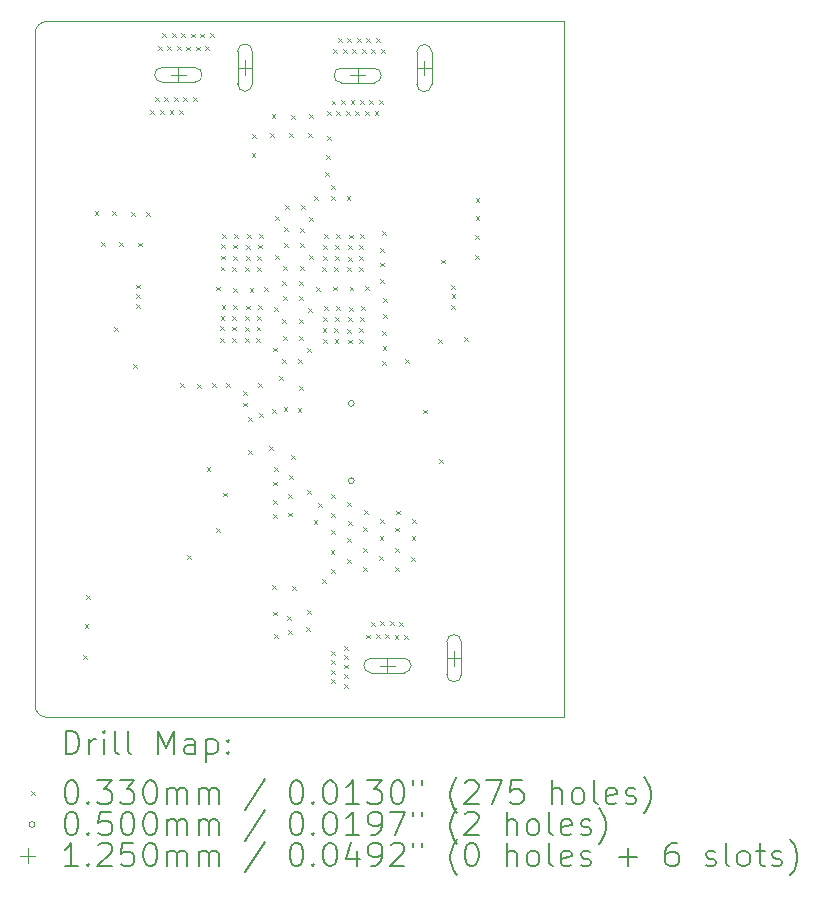
<source format=gbr>
%TF.GenerationSoftware,KiCad,Pcbnew,8.0.7*%
%TF.CreationDate,2025-03-28T00:18:00-04:00*%
%TF.ProjectId,power_distribution_board,706f7765-725f-4646-9973-747269627574,1*%
%TF.SameCoordinates,Original*%
%TF.FileFunction,Drillmap*%
%TF.FilePolarity,Positive*%
%FSLAX45Y45*%
G04 Gerber Fmt 4.5, Leading zero omitted, Abs format (unit mm)*
G04 Created by KiCad (PCBNEW 8.0.7) date 2025-03-28 00:18:00*
%MOMM*%
%LPD*%
G01*
G04 APERTURE LIST*
%ADD10C,0.038100*%
%ADD11C,0.200000*%
%ADD12C,0.100000*%
%ADD13C,0.125000*%
G04 APERTURE END LIST*
D10*
X2005000Y-6019800D02*
G75*
G02*
X1905000Y-5919800I0J100000D01*
G01*
X1905000Y-5919800D02*
X1905000Y-227000D01*
X6381000Y-6019800D02*
X2005000Y-6019800D01*
X1905000Y-227000D02*
G75*
G02*
X2005000Y-127000I100000J0D01*
G01*
X2005000Y-127000D02*
X6381000Y-127000D01*
X6381000Y-127000D02*
X6381000Y-6020000D01*
D11*
D12*
X2308490Y-5490490D02*
X2341510Y-5523510D01*
X2341510Y-5490490D02*
X2308490Y-5523510D01*
X2322490Y-5229490D02*
X2355510Y-5262510D01*
X2355510Y-5229490D02*
X2322490Y-5262510D01*
X2334490Y-4987490D02*
X2367510Y-5020510D01*
X2367510Y-4987490D02*
X2334490Y-5020510D01*
X2407490Y-1734490D02*
X2440510Y-1767510D01*
X2440510Y-1734490D02*
X2407490Y-1767510D01*
X2463490Y-1996490D02*
X2496510Y-2029510D01*
X2496510Y-1996490D02*
X2463490Y-2029510D01*
X2555490Y-1734490D02*
X2588510Y-1767510D01*
X2588510Y-1734490D02*
X2555490Y-1767510D01*
X2574490Y-2716490D02*
X2607510Y-2749510D01*
X2607510Y-2716490D02*
X2574490Y-2749510D01*
X2611490Y-1996490D02*
X2644510Y-2029510D01*
X2644510Y-1996490D02*
X2611490Y-2029510D01*
X2716490Y-1737490D02*
X2749510Y-1770510D01*
X2749510Y-1737490D02*
X2716490Y-1770510D01*
X2731490Y-3029490D02*
X2764510Y-3062510D01*
X2764510Y-3029490D02*
X2731490Y-3062510D01*
X2756490Y-2435490D02*
X2789510Y-2468510D01*
X2789510Y-2435490D02*
X2756490Y-2468510D01*
X2760490Y-2522490D02*
X2793510Y-2555510D01*
X2793510Y-2522490D02*
X2760490Y-2555510D01*
X2761490Y-2354490D02*
X2794510Y-2387510D01*
X2794510Y-2354490D02*
X2761490Y-2387510D01*
X2772490Y-1999490D02*
X2805510Y-2032510D01*
X2805510Y-1999490D02*
X2772490Y-2032510D01*
X2840490Y-1742490D02*
X2873510Y-1775510D01*
X2873510Y-1742490D02*
X2840490Y-1775510D01*
X2879490Y-875490D02*
X2912510Y-908510D01*
X2912510Y-875490D02*
X2879490Y-908510D01*
X2917490Y-765490D02*
X2950510Y-798510D01*
X2950510Y-765490D02*
X2917490Y-798510D01*
X2942240Y-337490D02*
X2975260Y-370510D01*
X2975260Y-337490D02*
X2942240Y-370510D01*
X2961490Y-875490D02*
X2994510Y-908510D01*
X2994510Y-875490D02*
X2961490Y-908510D01*
X2980240Y-227490D02*
X3013260Y-260510D01*
X3013260Y-227490D02*
X2980240Y-260510D01*
X2999490Y-765490D02*
X3032510Y-798510D01*
X3032510Y-765490D02*
X2999490Y-798510D01*
X3024240Y-337490D02*
X3057260Y-370510D01*
X3057260Y-337490D02*
X3024240Y-370510D01*
X3042490Y-874490D02*
X3075510Y-907510D01*
X3075510Y-874490D02*
X3042490Y-907510D01*
X3062240Y-227490D02*
X3095260Y-260510D01*
X3095260Y-227490D02*
X3062240Y-260510D01*
X3080490Y-764490D02*
X3113510Y-797510D01*
X3113510Y-764490D02*
X3080490Y-797510D01*
X3105240Y-336490D02*
X3138260Y-369510D01*
X3138260Y-336490D02*
X3105240Y-369510D01*
X3120490Y-877490D02*
X3153510Y-910510D01*
X3153510Y-877490D02*
X3120490Y-910510D01*
X3132490Y-3190490D02*
X3165510Y-3223510D01*
X3165510Y-3190490D02*
X3132490Y-3223510D01*
X3143240Y-226490D02*
X3176260Y-259510D01*
X3176260Y-226490D02*
X3143240Y-259510D01*
X3158490Y-767490D02*
X3191510Y-800510D01*
X3191510Y-767490D02*
X3158490Y-800510D01*
X3183240Y-339490D02*
X3216260Y-372510D01*
X3216260Y-339490D02*
X3183240Y-372510D01*
X3187490Y-4643490D02*
X3220510Y-4676510D01*
X3220510Y-4643490D02*
X3187490Y-4676510D01*
X3221240Y-229490D02*
X3254260Y-262510D01*
X3254260Y-229490D02*
X3221240Y-262510D01*
X3240490Y-767490D02*
X3273510Y-800510D01*
X3273510Y-767490D02*
X3240490Y-800510D01*
X3265240Y-339490D02*
X3298260Y-372510D01*
X3298260Y-339490D02*
X3265240Y-372510D01*
X3275490Y-3195490D02*
X3308510Y-3228510D01*
X3308510Y-3195490D02*
X3275490Y-3228510D01*
X3303240Y-229490D02*
X3336260Y-262510D01*
X3336260Y-229490D02*
X3303240Y-262510D01*
X3344240Y-335490D02*
X3377260Y-368510D01*
X3377260Y-335490D02*
X3344240Y-368510D01*
X3355490Y-3898490D02*
X3388510Y-3931510D01*
X3388510Y-3898490D02*
X3355490Y-3931510D01*
X3384240Y-228490D02*
X3417260Y-261510D01*
X3417260Y-228490D02*
X3384240Y-261510D01*
X3402490Y-3192490D02*
X3435510Y-3225510D01*
X3435510Y-3192490D02*
X3402490Y-3225510D01*
X3436490Y-2371490D02*
X3469510Y-2404510D01*
X3469510Y-2371490D02*
X3436490Y-2404510D01*
X3437490Y-4419490D02*
X3470510Y-4452510D01*
X3470510Y-4419490D02*
X3437490Y-4452510D01*
X3469490Y-2807490D02*
X3502510Y-2840510D01*
X3502510Y-2807490D02*
X3469490Y-2840510D01*
X3470490Y-2709490D02*
X3503510Y-2742510D01*
X3503510Y-2709490D02*
X3470490Y-2742510D01*
X3474490Y-2202490D02*
X3507510Y-2235510D01*
X3507510Y-2202490D02*
X3474490Y-2235510D01*
X3474490Y-2620490D02*
X3507510Y-2653510D01*
X3507510Y-2620490D02*
X3474490Y-2653510D01*
X3476490Y-2109490D02*
X3509510Y-2142510D01*
X3509510Y-2109490D02*
X3476490Y-2142510D01*
X3479490Y-2015490D02*
X3512510Y-2048510D01*
X3512510Y-2015490D02*
X3479490Y-2048510D01*
X3482490Y-2529490D02*
X3515510Y-2562510D01*
X3515510Y-2529490D02*
X3482490Y-2562510D01*
X3487490Y-1924490D02*
X3520510Y-1957510D01*
X3520510Y-1924490D02*
X3487490Y-1957510D01*
X3497180Y-4115490D02*
X3530200Y-4148510D01*
X3530200Y-4115490D02*
X3497180Y-4148510D01*
X3519490Y-3188490D02*
X3552510Y-3221510D01*
X3552510Y-3188490D02*
X3519490Y-3221510D01*
X3569490Y-2808490D02*
X3602510Y-2841510D01*
X3602510Y-2808490D02*
X3569490Y-2841510D01*
X3570490Y-2710490D02*
X3603510Y-2743510D01*
X3603510Y-2710490D02*
X3570490Y-2743510D01*
X3574490Y-2203490D02*
X3607510Y-2236510D01*
X3607510Y-2203490D02*
X3574490Y-2236510D01*
X3574490Y-2621490D02*
X3607510Y-2654510D01*
X3607510Y-2621490D02*
X3574490Y-2654510D01*
X3576490Y-2110490D02*
X3609510Y-2143510D01*
X3609510Y-2110490D02*
X3576490Y-2143510D01*
X3578490Y-2381490D02*
X3611510Y-2414510D01*
X3611510Y-2381490D02*
X3578490Y-2414510D01*
X3579490Y-2016490D02*
X3612510Y-2049510D01*
X3612510Y-2016490D02*
X3579490Y-2049510D01*
X3582490Y-2530490D02*
X3615510Y-2563510D01*
X3615510Y-2530490D02*
X3582490Y-2563510D01*
X3587490Y-1925490D02*
X3620510Y-1958510D01*
X3620510Y-1925490D02*
X3587490Y-1958510D01*
X3662490Y-3260090D02*
X3695510Y-3293110D01*
X3695510Y-3260090D02*
X3662490Y-3293110D01*
X3662490Y-3353490D02*
X3695510Y-3386510D01*
X3695510Y-3353490D02*
X3662490Y-3386510D01*
X3680490Y-2810490D02*
X3713510Y-2843510D01*
X3713510Y-2810490D02*
X3680490Y-2843510D01*
X3681490Y-2712490D02*
X3714510Y-2745510D01*
X3714510Y-2712490D02*
X3681490Y-2745510D01*
X3685490Y-2205490D02*
X3718510Y-2238510D01*
X3718510Y-2205490D02*
X3685490Y-2238510D01*
X3685490Y-2623490D02*
X3718510Y-2656510D01*
X3718510Y-2623490D02*
X3685490Y-2656510D01*
X3687490Y-2112490D02*
X3720510Y-2145510D01*
X3720510Y-2112490D02*
X3687490Y-2145510D01*
X3690490Y-2018490D02*
X3723510Y-2051510D01*
X3723510Y-2018490D02*
X3690490Y-2051510D01*
X3693490Y-2532490D02*
X3726510Y-2565510D01*
X3726510Y-2532490D02*
X3693490Y-2565510D01*
X3698490Y-1927490D02*
X3731510Y-1960510D01*
X3731510Y-1927490D02*
X3698490Y-1960510D01*
X3704490Y-3753490D02*
X3737510Y-3786510D01*
X3737510Y-3753490D02*
X3704490Y-3786510D01*
X3709490Y-3479490D02*
X3742510Y-3512510D01*
X3742510Y-3479490D02*
X3709490Y-3512510D01*
X3719490Y-2382490D02*
X3752510Y-2415510D01*
X3752510Y-2382490D02*
X3719490Y-2415510D01*
X3736490Y-1242490D02*
X3769510Y-1275510D01*
X3769510Y-1242490D02*
X3736490Y-1275510D01*
X3743490Y-1081490D02*
X3776510Y-1114510D01*
X3776510Y-1081490D02*
X3743490Y-1114510D01*
X3778490Y-2808490D02*
X3811510Y-2841510D01*
X3811510Y-2808490D02*
X3778490Y-2841510D01*
X3779490Y-2710490D02*
X3812510Y-2743510D01*
X3812510Y-2710490D02*
X3779490Y-2743510D01*
X3783490Y-2203490D02*
X3816510Y-2236510D01*
X3816510Y-2203490D02*
X3783490Y-2236510D01*
X3783490Y-2621490D02*
X3816510Y-2654510D01*
X3816510Y-2621490D02*
X3783490Y-2654510D01*
X3785490Y-2110490D02*
X3818510Y-2143510D01*
X3818510Y-2110490D02*
X3785490Y-2143510D01*
X3788490Y-2016490D02*
X3821510Y-2049510D01*
X3821510Y-2016490D02*
X3788490Y-2049510D01*
X3789490Y-3190490D02*
X3822510Y-3223510D01*
X3822510Y-3190490D02*
X3789490Y-3223510D01*
X3791490Y-2530490D02*
X3824510Y-2563510D01*
X3824510Y-2530490D02*
X3791490Y-2563510D01*
X3796490Y-1925490D02*
X3829510Y-1958510D01*
X3829510Y-1925490D02*
X3796490Y-1958510D01*
X3803490Y-3446490D02*
X3836510Y-3479510D01*
X3836510Y-3446490D02*
X3803490Y-3479510D01*
X3840490Y-2372490D02*
X3873510Y-2405510D01*
X3873510Y-2372490D02*
X3840490Y-2405510D01*
X3885990Y-3725490D02*
X3919010Y-3758510D01*
X3919010Y-3725490D02*
X3885990Y-3758510D01*
X3895490Y-1068490D02*
X3928510Y-1101510D01*
X3928510Y-1068490D02*
X3895490Y-1101510D01*
X3906490Y-913490D02*
X3939510Y-946510D01*
X3939510Y-913490D02*
X3906490Y-946510D01*
X3907990Y-3412490D02*
X3941010Y-3445510D01*
X3941010Y-3412490D02*
X3907990Y-3445510D01*
X3911490Y-4896490D02*
X3944510Y-4929510D01*
X3944510Y-4896490D02*
X3911490Y-4929510D01*
X3919490Y-5123490D02*
X3952510Y-5156510D01*
X3952510Y-5123490D02*
X3919490Y-5156510D01*
X3920490Y-4022490D02*
X3953510Y-4055510D01*
X3953510Y-4022490D02*
X3920490Y-4055510D01*
X3920490Y-4301490D02*
X3953510Y-4334510D01*
X3953510Y-4301490D02*
X3920490Y-4334510D01*
X3922490Y-2888490D02*
X3955510Y-2921510D01*
X3955510Y-2888490D02*
X3922490Y-2921510D01*
X3922490Y-4181490D02*
X3955510Y-4214510D01*
X3955510Y-4181490D02*
X3922490Y-4214510D01*
X3925490Y-5311490D02*
X3958510Y-5344510D01*
X3958510Y-5311490D02*
X3925490Y-5344510D01*
X3927490Y-3896490D02*
X3960510Y-3929510D01*
X3960510Y-3896490D02*
X3927490Y-3929510D01*
X3928490Y-2547490D02*
X3961510Y-2580510D01*
X3961510Y-2547490D02*
X3928490Y-2580510D01*
X3936490Y-2101490D02*
X3969510Y-2134510D01*
X3969510Y-2101490D02*
X3936490Y-2134510D01*
X3939490Y-1773490D02*
X3972510Y-1806510D01*
X3972510Y-1773490D02*
X3939490Y-1806510D01*
X3971290Y-3133090D02*
X4004310Y-3166110D01*
X4004310Y-3133090D02*
X3971290Y-3166110D01*
X3991490Y-2986490D02*
X4024510Y-3019510D01*
X4024510Y-2986490D02*
X3991490Y-3019510D01*
X3997490Y-2645490D02*
X4030510Y-2678510D01*
X4030510Y-2645490D02*
X3997490Y-2678510D01*
X3998490Y-2328490D02*
X4031510Y-2361510D01*
X4031510Y-2328490D02*
X3998490Y-2361510D01*
X4000490Y-2793490D02*
X4033510Y-2826510D01*
X4033510Y-2793490D02*
X4000490Y-2826510D01*
X4005490Y-2199490D02*
X4038510Y-2232510D01*
X4038510Y-2199490D02*
X4005490Y-2232510D01*
X4006490Y-2452490D02*
X4039510Y-2485510D01*
X4039510Y-2452490D02*
X4006490Y-2485510D01*
X4007990Y-3389490D02*
X4041010Y-3422510D01*
X4041010Y-3389490D02*
X4007990Y-3422510D01*
X4008490Y-1871490D02*
X4041510Y-1904510D01*
X4041510Y-1871490D02*
X4008490Y-1904510D01*
X4014490Y-2006490D02*
X4047510Y-2039510D01*
X4047510Y-2006490D02*
X4014490Y-2039510D01*
X4017490Y-1678490D02*
X4050510Y-1711510D01*
X4050510Y-1678490D02*
X4017490Y-1711510D01*
X4036490Y-5160490D02*
X4069510Y-5193510D01*
X4069510Y-5160490D02*
X4036490Y-5193510D01*
X4044490Y-4126490D02*
X4077510Y-4159510D01*
X4077510Y-4126490D02*
X4044490Y-4159510D01*
X4044490Y-5281490D02*
X4077510Y-5314510D01*
X4077510Y-5281490D02*
X4044490Y-5314510D01*
X4046490Y-4285490D02*
X4079510Y-4318510D01*
X4079510Y-4285490D02*
X4046490Y-4318510D01*
X4055490Y-3970490D02*
X4088510Y-4003510D01*
X4088510Y-3970490D02*
X4055490Y-4003510D01*
X4056490Y-1075490D02*
X4089510Y-1108510D01*
X4089510Y-1075490D02*
X4056490Y-1108510D01*
X4067490Y-920490D02*
X4100510Y-953510D01*
X4100510Y-920490D02*
X4067490Y-953510D01*
X4071490Y-3798490D02*
X4104510Y-3831510D01*
X4104510Y-3798490D02*
X4071490Y-3831510D01*
X4079490Y-4905490D02*
X4112510Y-4938510D01*
X4112510Y-4905490D02*
X4079490Y-4938510D01*
X4126490Y-3401500D02*
X4159510Y-3434520D01*
X4159510Y-3401500D02*
X4126490Y-3434520D01*
X4133490Y-2988490D02*
X4166510Y-3021510D01*
X4166510Y-2988490D02*
X4133490Y-3021510D01*
X4135490Y-2793490D02*
X4168510Y-2826510D01*
X4168510Y-2793490D02*
X4135490Y-2826510D01*
X4135490Y-3214490D02*
X4168510Y-3247510D01*
X4168510Y-3214490D02*
X4135490Y-3247510D01*
X4138490Y-2324490D02*
X4171510Y-2357510D01*
X4171510Y-2324490D02*
X4138490Y-2357510D01*
X4139490Y-2647490D02*
X4172510Y-2680510D01*
X4172510Y-2647490D02*
X4139490Y-2680510D01*
X4141490Y-2452490D02*
X4174510Y-2485510D01*
X4174510Y-2452490D02*
X4141490Y-2485510D01*
X4147490Y-2201490D02*
X4180510Y-2234510D01*
X4180510Y-2201490D02*
X4147490Y-2234510D01*
X4149490Y-2006490D02*
X4182510Y-2039510D01*
X4182510Y-2006490D02*
X4149490Y-2039510D01*
X4150490Y-1873490D02*
X4183510Y-1906510D01*
X4183510Y-1873490D02*
X4150490Y-1906510D01*
X4152490Y-1678490D02*
X4185510Y-1711510D01*
X4185510Y-1678490D02*
X4152490Y-1711510D01*
X4201490Y-5257490D02*
X4234510Y-5290510D01*
X4234510Y-5257490D02*
X4201490Y-5290510D01*
X4205490Y-4096490D02*
X4238510Y-4129510D01*
X4238510Y-4096490D02*
X4205490Y-4129510D01*
X4205490Y-5113490D02*
X4238510Y-5146510D01*
X4238510Y-5113490D02*
X4205490Y-5146510D01*
X4206490Y-2895490D02*
X4239510Y-2928510D01*
X4239510Y-2895490D02*
X4206490Y-2928510D01*
X4212490Y-2554490D02*
X4245510Y-2587510D01*
X4245510Y-2554490D02*
X4212490Y-2587510D01*
X4217490Y-1075490D02*
X4250510Y-1108510D01*
X4250510Y-1075490D02*
X4217490Y-1108510D01*
X4220490Y-2108490D02*
X4253510Y-2141510D01*
X4253510Y-2108490D02*
X4220490Y-2141510D01*
X4223490Y-1780490D02*
X4256510Y-1813510D01*
X4256510Y-1780490D02*
X4223490Y-1813510D01*
X4224490Y-914490D02*
X4257510Y-947510D01*
X4257510Y-914490D02*
X4224490Y-947510D01*
X4262090Y-4352214D02*
X4295110Y-4385234D01*
X4295110Y-4352214D02*
X4262090Y-4385234D01*
X4267490Y-1606490D02*
X4300510Y-1639510D01*
X4300510Y-1606490D02*
X4267490Y-1639510D01*
X4286490Y-2375490D02*
X4319510Y-2408510D01*
X4319510Y-2375490D02*
X4286490Y-2408510D01*
X4298182Y-4205895D02*
X4331202Y-4238915D01*
X4331202Y-4205895D02*
X4298182Y-4238915D01*
X4335490Y-2206490D02*
X4368510Y-2239510D01*
X4368510Y-2206490D02*
X4335490Y-2239510D01*
X4335490Y-4851490D02*
X4368510Y-4884510D01*
X4368510Y-4851490D02*
X4335490Y-4884510D01*
X4337490Y-2725490D02*
X4370510Y-2758510D01*
X4370510Y-2725490D02*
X4337490Y-2758510D01*
X4339490Y-2817490D02*
X4372510Y-2850510D01*
X4372510Y-2817490D02*
X4339490Y-2850510D01*
X4340490Y-2019490D02*
X4373510Y-2052510D01*
X4373510Y-2019490D02*
X4340490Y-2052510D01*
X4340490Y-2115490D02*
X4373510Y-2148510D01*
X4373510Y-2115490D02*
X4340490Y-2148510D01*
X4344490Y-2630490D02*
X4377510Y-2663510D01*
X4377510Y-2630490D02*
X4344490Y-2663510D01*
X4348490Y-1928490D02*
X4381510Y-1961510D01*
X4381510Y-1928490D02*
X4348490Y-1961510D01*
X4352490Y-2539490D02*
X4385510Y-2572510D01*
X4385510Y-2539490D02*
X4352490Y-2572510D01*
X4359490Y-1399490D02*
X4392510Y-1432510D01*
X4392510Y-1399490D02*
X4359490Y-1432510D01*
X4366490Y-1260490D02*
X4399510Y-1293510D01*
X4399510Y-1260490D02*
X4366490Y-1293510D01*
X4373490Y-1099490D02*
X4406510Y-1132510D01*
X4406510Y-1099490D02*
X4373490Y-1132510D01*
X4374197Y-886322D02*
X4407217Y-919342D01*
X4407217Y-886322D02*
X4374197Y-919342D01*
X4405490Y-4605490D02*
X4438510Y-4638510D01*
X4438510Y-4605490D02*
X4405490Y-4638510D01*
X4407240Y-5534490D02*
X4440260Y-5567510D01*
X4440260Y-5534490D02*
X4407240Y-5567510D01*
X4407240Y-5616490D02*
X4440260Y-5649510D01*
X4440260Y-5616490D02*
X4407240Y-5649510D01*
X4407490Y-1605490D02*
X4440510Y-1638510D01*
X4440510Y-1605490D02*
X4407490Y-1638510D01*
X4407490Y-4764490D02*
X4440510Y-4797510D01*
X4440510Y-4764490D02*
X4407490Y-4797510D01*
X4409490Y-4430490D02*
X4442510Y-4463510D01*
X4442510Y-4430490D02*
X4409490Y-4463510D01*
X4410240Y-5456490D02*
X4443260Y-5489510D01*
X4443260Y-5456490D02*
X4410240Y-5489510D01*
X4411240Y-5695490D02*
X4444260Y-5728510D01*
X4444260Y-5695490D02*
X4411240Y-5728510D01*
X4411490Y-4127490D02*
X4444510Y-4160510D01*
X4444510Y-4127490D02*
X4411490Y-4160510D01*
X4412490Y-1513490D02*
X4445510Y-1546510D01*
X4445510Y-1513490D02*
X4412490Y-1546510D01*
X4413490Y-4286490D02*
X4446510Y-4319510D01*
X4446510Y-4286490D02*
X4413490Y-4319510D01*
X4414197Y-797322D02*
X4447217Y-830342D01*
X4447217Y-797322D02*
X4414197Y-830342D01*
X4424490Y-2371490D02*
X4457510Y-2404510D01*
X4457510Y-2371490D02*
X4424490Y-2404510D01*
X4428197Y-360322D02*
X4461217Y-393342D01*
X4461217Y-360322D02*
X4428197Y-393342D01*
X4435490Y-2207490D02*
X4468510Y-2240510D01*
X4468510Y-2207490D02*
X4435490Y-2240510D01*
X4437490Y-2726490D02*
X4470510Y-2759510D01*
X4470510Y-2726490D02*
X4437490Y-2759510D01*
X4439490Y-2818490D02*
X4472510Y-2851510D01*
X4472510Y-2818490D02*
X4439490Y-2851510D01*
X4440490Y-2020490D02*
X4473510Y-2053510D01*
X4473510Y-2020490D02*
X4440490Y-2053510D01*
X4440490Y-2116490D02*
X4473510Y-2149510D01*
X4473510Y-2116490D02*
X4440490Y-2149510D01*
X4444490Y-2631490D02*
X4477510Y-2664510D01*
X4477510Y-2631490D02*
X4444490Y-2664510D01*
X4448490Y-1929490D02*
X4481510Y-1962510D01*
X4481510Y-1929490D02*
X4448490Y-1962510D01*
X4452490Y-2540490D02*
X4485510Y-2573510D01*
X4485510Y-2540490D02*
X4452490Y-2573510D01*
X4455197Y-885322D02*
X4488217Y-918342D01*
X4488217Y-885322D02*
X4455197Y-918342D01*
X4468197Y-271322D02*
X4501217Y-304342D01*
X4501217Y-271322D02*
X4468197Y-304342D01*
X4493197Y-793322D02*
X4526217Y-826342D01*
X4526217Y-793322D02*
X4493197Y-826342D01*
X4509197Y-359322D02*
X4542217Y-392342D01*
X4542217Y-359322D02*
X4509197Y-392342D01*
X4517240Y-5572490D02*
X4550260Y-5605510D01*
X4550260Y-5572490D02*
X4517240Y-5605510D01*
X4517240Y-5654490D02*
X4550260Y-5687510D01*
X4550260Y-5654490D02*
X4517240Y-5687510D01*
X4518240Y-5735490D02*
X4551260Y-5768510D01*
X4551260Y-5735490D02*
X4518240Y-5768510D01*
X4520240Y-5494490D02*
X4553260Y-5527510D01*
X4553260Y-5494490D02*
X4520240Y-5527510D01*
X4523240Y-5412490D02*
X4556260Y-5445510D01*
X4556260Y-5412490D02*
X4523240Y-5445510D01*
X4537197Y-885322D02*
X4570217Y-918342D01*
X4570217Y-885322D02*
X4537197Y-918342D01*
X4541490Y-1606490D02*
X4574510Y-1639510D01*
X4574510Y-1606490D02*
X4541490Y-1639510D01*
X4542490Y-4676490D02*
X4575510Y-4709510D01*
X4575510Y-4676490D02*
X4542490Y-4709510D01*
X4546490Y-2209490D02*
X4579510Y-2242510D01*
X4579510Y-2209490D02*
X4546490Y-2242510D01*
X4546490Y-4501490D02*
X4579510Y-4534510D01*
X4579510Y-4501490D02*
X4546490Y-4534510D01*
X4547197Y-267322D02*
X4580217Y-300342D01*
X4580217Y-267322D02*
X4547197Y-300342D01*
X4548490Y-2728490D02*
X4581510Y-2761510D01*
X4581510Y-2728490D02*
X4548490Y-2761510D01*
X4548490Y-4198490D02*
X4581510Y-4231510D01*
X4581510Y-4198490D02*
X4548490Y-4231510D01*
X4550490Y-2820490D02*
X4583510Y-2853510D01*
X4583510Y-2820490D02*
X4550490Y-2853510D01*
X4550490Y-4357490D02*
X4583510Y-4390510D01*
X4583510Y-4357490D02*
X4550490Y-4390510D01*
X4551490Y-2022490D02*
X4584510Y-2055510D01*
X4584510Y-2022490D02*
X4551490Y-2055510D01*
X4551490Y-2118490D02*
X4584510Y-2151510D01*
X4584510Y-2118490D02*
X4551490Y-2151510D01*
X4555490Y-2633490D02*
X4588510Y-2666510D01*
X4588510Y-2633490D02*
X4555490Y-2666510D01*
X4559490Y-1931490D02*
X4592510Y-1964510D01*
X4592510Y-1931490D02*
X4559490Y-1964510D01*
X4563490Y-2542490D02*
X4596510Y-2575510D01*
X4596510Y-2542490D02*
X4563490Y-2575510D01*
X4566490Y-2371490D02*
X4599510Y-2404510D01*
X4599510Y-2371490D02*
X4566490Y-2404510D01*
X4575197Y-793322D02*
X4608217Y-826342D01*
X4608217Y-793322D02*
X4575197Y-826342D01*
X4591197Y-359322D02*
X4624217Y-392342D01*
X4624217Y-359322D02*
X4591197Y-392342D01*
X4615197Y-888322D02*
X4648217Y-921342D01*
X4648217Y-888322D02*
X4615197Y-921342D01*
X4629197Y-267322D02*
X4662217Y-300342D01*
X4662217Y-267322D02*
X4629197Y-300342D01*
X4644490Y-2207490D02*
X4677510Y-2240510D01*
X4677510Y-2207490D02*
X4644490Y-2240510D01*
X4646490Y-2726490D02*
X4679510Y-2759510D01*
X4679510Y-2726490D02*
X4646490Y-2759510D01*
X4648490Y-2818490D02*
X4681510Y-2851510D01*
X4681510Y-2818490D02*
X4648490Y-2851510D01*
X4649490Y-2020490D02*
X4682510Y-2053510D01*
X4682510Y-2020490D02*
X4649490Y-2053510D01*
X4649490Y-2116490D02*
X4682510Y-2149510D01*
X4682510Y-2116490D02*
X4649490Y-2149510D01*
X4653197Y-796322D02*
X4686217Y-829342D01*
X4686217Y-796322D02*
X4653197Y-829342D01*
X4653490Y-2631490D02*
X4686510Y-2664510D01*
X4686510Y-2631490D02*
X4653490Y-2664510D01*
X4657490Y-1929490D02*
X4690510Y-1962510D01*
X4690510Y-1929490D02*
X4657490Y-1962510D01*
X4661490Y-2540490D02*
X4694510Y-2573510D01*
X4694510Y-2540490D02*
X4661490Y-2573510D01*
X4669197Y-362322D02*
X4702217Y-395342D01*
X4702217Y-362322D02*
X4669197Y-395342D01*
X4679490Y-4585490D02*
X4712510Y-4618510D01*
X4712510Y-4585490D02*
X4679490Y-4618510D01*
X4681490Y-4744490D02*
X4714510Y-4777510D01*
X4714510Y-4744490D02*
X4681490Y-4777510D01*
X4683490Y-4410490D02*
X4716510Y-4443510D01*
X4716510Y-4410490D02*
X4683490Y-4443510D01*
X4687490Y-4266490D02*
X4720510Y-4299510D01*
X4720510Y-4266490D02*
X4687490Y-4299510D01*
X4696197Y-887322D02*
X4729217Y-920342D01*
X4729217Y-887322D02*
X4696197Y-920342D01*
X4701490Y-2370490D02*
X4734510Y-2403510D01*
X4734510Y-2370490D02*
X4701490Y-2403510D01*
X4706240Y-5318490D02*
X4739260Y-5351510D01*
X4739260Y-5318490D02*
X4706240Y-5351510D01*
X4707197Y-270322D02*
X4740217Y-303342D01*
X4740217Y-270322D02*
X4707197Y-303342D01*
X4734197Y-795322D02*
X4767217Y-828342D01*
X4767217Y-795322D02*
X4734197Y-828342D01*
X4746240Y-5211490D02*
X4779260Y-5244510D01*
X4779260Y-5211490D02*
X4746240Y-5244510D01*
X4750197Y-361322D02*
X4783217Y-394342D01*
X4783217Y-361322D02*
X4750197Y-394342D01*
X4778197Y-887322D02*
X4811217Y-920342D01*
X4811217Y-887322D02*
X4778197Y-920342D01*
X4787240Y-5317490D02*
X4820260Y-5350510D01*
X4820260Y-5317490D02*
X4787240Y-5350510D01*
X4788197Y-269322D02*
X4821217Y-302342D01*
X4821217Y-269322D02*
X4788197Y-302342D01*
X4816197Y-795322D02*
X4849217Y-828342D01*
X4849217Y-795322D02*
X4816197Y-828342D01*
X4816490Y-4656490D02*
X4849510Y-4689510D01*
X4849510Y-4656490D02*
X4816490Y-4689510D01*
X4820490Y-4481490D02*
X4853510Y-4514510D01*
X4853510Y-4481490D02*
X4820490Y-4514510D01*
X4823490Y-2168490D02*
X4856510Y-2201510D01*
X4856510Y-2168490D02*
X4823490Y-2201510D01*
X4824490Y-4337490D02*
X4857510Y-4370510D01*
X4857510Y-4337490D02*
X4824490Y-4370510D01*
X4825240Y-5207490D02*
X4858260Y-5240510D01*
X4858260Y-5207490D02*
X4825240Y-5240510D01*
X4827490Y-2045490D02*
X4860510Y-2078510D01*
X4860510Y-2045490D02*
X4827490Y-2078510D01*
X4827490Y-2310490D02*
X4860510Y-2343510D01*
X4860510Y-2310490D02*
X4827490Y-2343510D01*
X4832197Y-361322D02*
X4865217Y-394342D01*
X4865217Y-361322D02*
X4832197Y-394342D01*
X4840490Y-3005490D02*
X4873510Y-3038510D01*
X4873510Y-3005490D02*
X4840490Y-3038510D01*
X4841490Y-1898490D02*
X4874510Y-1931510D01*
X4874510Y-1898490D02*
X4841490Y-1931510D01*
X4842490Y-2746490D02*
X4875510Y-2779510D01*
X4875510Y-2746490D02*
X4842490Y-2779510D01*
X4845490Y-2873490D02*
X4878510Y-2906510D01*
X4878510Y-2873490D02*
X4845490Y-2906510D01*
X4846490Y-2469490D02*
X4879510Y-2502510D01*
X4879510Y-2469490D02*
X4846490Y-2502510D01*
X4847490Y-2603490D02*
X4880510Y-2636510D01*
X4880510Y-2603490D02*
X4847490Y-2636510D01*
X4869240Y-5317490D02*
X4902260Y-5350510D01*
X4902260Y-5317490D02*
X4869240Y-5350510D01*
X4907240Y-5207490D02*
X4940260Y-5240510D01*
X4940260Y-5207490D02*
X4907240Y-5240510D01*
X4947240Y-5320490D02*
X4980260Y-5353510D01*
X4980260Y-5320490D02*
X4947240Y-5353510D01*
X4950490Y-4587490D02*
X4983510Y-4620510D01*
X4983510Y-4587490D02*
X4950490Y-4620510D01*
X4952490Y-4746490D02*
X4985510Y-4779510D01*
X4985510Y-4746490D02*
X4952490Y-4779510D01*
X4954490Y-4412490D02*
X4987510Y-4445510D01*
X4987510Y-4412490D02*
X4954490Y-4445510D01*
X4958490Y-4268490D02*
X4991510Y-4301510D01*
X4991510Y-4268490D02*
X4958490Y-4301510D01*
X4985240Y-5210490D02*
X5018260Y-5243510D01*
X5018260Y-5210490D02*
X4985240Y-5243510D01*
X5029240Y-5323490D02*
X5062260Y-5356510D01*
X5062260Y-5323490D02*
X5029240Y-5356510D01*
X5037500Y-2987480D02*
X5070520Y-3020500D01*
X5070520Y-2987480D02*
X5037500Y-3020500D01*
X5087490Y-4658490D02*
X5120510Y-4691510D01*
X5120510Y-4658490D02*
X5087490Y-4691510D01*
X5091490Y-4483490D02*
X5124510Y-4516510D01*
X5124510Y-4483490D02*
X5091490Y-4516510D01*
X5095490Y-4339490D02*
X5128510Y-4372510D01*
X5128510Y-4339490D02*
X5095490Y-4372510D01*
X5190490Y-3413490D02*
X5223510Y-3446510D01*
X5223510Y-3413490D02*
X5190490Y-3446510D01*
X5317490Y-2812490D02*
X5350510Y-2845510D01*
X5350510Y-2812490D02*
X5317490Y-2845510D01*
X5320490Y-3829490D02*
X5353510Y-3862510D01*
X5353510Y-3829490D02*
X5320490Y-3862510D01*
X5340490Y-2143490D02*
X5373510Y-2176510D01*
X5373510Y-2143490D02*
X5340490Y-2176510D01*
X5425490Y-2357490D02*
X5458510Y-2390510D01*
X5458510Y-2357490D02*
X5425490Y-2390510D01*
X5426490Y-2525490D02*
X5459510Y-2558510D01*
X5459510Y-2525490D02*
X5426490Y-2558510D01*
X5430490Y-2438490D02*
X5463510Y-2471510D01*
X5463510Y-2438490D02*
X5430490Y-2471510D01*
X5534787Y-2799071D02*
X5567807Y-2832091D01*
X5567807Y-2799071D02*
X5534787Y-2832091D01*
X5626490Y-2102490D02*
X5659510Y-2135510D01*
X5659510Y-2102490D02*
X5626490Y-2135510D01*
X5630490Y-1933490D02*
X5663510Y-1966510D01*
X5663510Y-1933490D02*
X5630490Y-1966510D01*
X5633490Y-1624490D02*
X5666510Y-1657510D01*
X5666510Y-1624490D02*
X5633490Y-1657510D01*
X5633490Y-1772490D02*
X5666510Y-1805510D01*
X5666510Y-1772490D02*
X5633490Y-1805510D01*
X4606000Y-3361000D02*
G75*
G02*
X4556000Y-3361000I-25000J0D01*
G01*
X4556000Y-3361000D02*
G75*
G02*
X4606000Y-3361000I25000J0D01*
G01*
X4606000Y-4016000D02*
G75*
G02*
X4556000Y-4016000I-25000J0D01*
G01*
X4556000Y-4016000D02*
G75*
G02*
X4606000Y-4016000I25000J0D01*
G01*
D13*
X3117000Y-516750D02*
X3117000Y-641750D01*
X3054500Y-579250D02*
X3179500Y-579250D01*
D12*
X3254500Y-516750D02*
X2979500Y-516750D01*
X2979500Y-641750D02*
G75*
G02*
X2979500Y-516750I0J62500D01*
G01*
X2979500Y-641750D02*
X3254500Y-641750D01*
X3254500Y-641750D02*
G75*
G03*
X3254500Y-516750I0J62500D01*
G01*
D13*
X3680750Y-455500D02*
X3680750Y-580500D01*
X3618250Y-518000D02*
X3743250Y-518000D01*
D12*
X3743250Y-655500D02*
X3743250Y-380500D01*
X3618250Y-380500D02*
G75*
G02*
X3743250Y-380500I62500J0D01*
G01*
X3618250Y-380500D02*
X3618250Y-655500D01*
X3618250Y-655500D02*
G75*
G03*
X3743250Y-655500I62500J0D01*
G01*
D13*
X4635000Y-520750D02*
X4635000Y-645750D01*
X4572500Y-583250D02*
X4697500Y-583250D01*
D12*
X4772500Y-520750D02*
X4497500Y-520750D01*
X4497500Y-645750D02*
G75*
G02*
X4497500Y-520750I0J62500D01*
G01*
X4497500Y-645750D02*
X4772500Y-645750D01*
X4772500Y-645750D02*
G75*
G03*
X4772500Y-520750I0J62500D01*
G01*
D13*
X4887000Y-5517750D02*
X4887000Y-5642750D01*
X4824500Y-5580250D02*
X4949500Y-5580250D01*
D12*
X5024500Y-5517750D02*
X4749500Y-5517750D01*
X4749500Y-5642750D02*
G75*
G02*
X4749500Y-5517750I0J62500D01*
G01*
X4749500Y-5642750D02*
X5024500Y-5642750D01*
X5024500Y-5642750D02*
G75*
G03*
X5024500Y-5517750I0J62500D01*
G01*
D13*
X5198750Y-459500D02*
X5198750Y-584500D01*
X5136250Y-522000D02*
X5261250Y-522000D01*
D12*
X5261250Y-659500D02*
X5261250Y-384500D01*
X5136250Y-384500D02*
G75*
G02*
X5261250Y-384500I62500J0D01*
G01*
X5136250Y-384500D02*
X5136250Y-659500D01*
X5136250Y-659500D02*
G75*
G03*
X5261250Y-659500I62500J0D01*
G01*
D13*
X5450750Y-5456500D02*
X5450750Y-5581500D01*
X5388250Y-5519000D02*
X5513250Y-5519000D01*
D12*
X5513250Y-5656500D02*
X5513250Y-5381500D01*
X5388250Y-5381500D02*
G75*
G02*
X5513250Y-5381500I62500J0D01*
G01*
X5388250Y-5381500D02*
X5388250Y-5656500D01*
X5388250Y-5656500D02*
G75*
G03*
X5513250Y-5656500I62500J0D01*
G01*
D11*
X2163872Y-6333389D02*
X2163872Y-6133389D01*
X2163872Y-6133389D02*
X2211491Y-6133389D01*
X2211491Y-6133389D02*
X2240062Y-6142913D01*
X2240062Y-6142913D02*
X2259110Y-6161960D01*
X2259110Y-6161960D02*
X2268634Y-6181008D01*
X2268634Y-6181008D02*
X2278158Y-6219103D01*
X2278158Y-6219103D02*
X2278158Y-6247674D01*
X2278158Y-6247674D02*
X2268634Y-6285770D01*
X2268634Y-6285770D02*
X2259110Y-6304817D01*
X2259110Y-6304817D02*
X2240062Y-6323865D01*
X2240062Y-6323865D02*
X2211491Y-6333389D01*
X2211491Y-6333389D02*
X2163872Y-6333389D01*
X2363872Y-6333389D02*
X2363872Y-6200055D01*
X2363872Y-6238151D02*
X2373396Y-6219103D01*
X2373396Y-6219103D02*
X2382919Y-6209579D01*
X2382919Y-6209579D02*
X2401967Y-6200055D01*
X2401967Y-6200055D02*
X2421015Y-6200055D01*
X2487681Y-6333389D02*
X2487681Y-6200055D01*
X2487681Y-6133389D02*
X2478158Y-6142913D01*
X2478158Y-6142913D02*
X2487681Y-6152436D01*
X2487681Y-6152436D02*
X2497205Y-6142913D01*
X2497205Y-6142913D02*
X2487681Y-6133389D01*
X2487681Y-6133389D02*
X2487681Y-6152436D01*
X2611491Y-6333389D02*
X2592443Y-6323865D01*
X2592443Y-6323865D02*
X2582919Y-6304817D01*
X2582919Y-6304817D02*
X2582919Y-6133389D01*
X2716253Y-6333389D02*
X2697205Y-6323865D01*
X2697205Y-6323865D02*
X2687681Y-6304817D01*
X2687681Y-6304817D02*
X2687681Y-6133389D01*
X2944824Y-6333389D02*
X2944824Y-6133389D01*
X2944824Y-6133389D02*
X3011491Y-6276246D01*
X3011491Y-6276246D02*
X3078157Y-6133389D01*
X3078157Y-6133389D02*
X3078157Y-6333389D01*
X3259110Y-6333389D02*
X3259110Y-6228627D01*
X3259110Y-6228627D02*
X3249586Y-6209579D01*
X3249586Y-6209579D02*
X3230538Y-6200055D01*
X3230538Y-6200055D02*
X3192443Y-6200055D01*
X3192443Y-6200055D02*
X3173396Y-6209579D01*
X3259110Y-6323865D02*
X3240062Y-6333389D01*
X3240062Y-6333389D02*
X3192443Y-6333389D01*
X3192443Y-6333389D02*
X3173396Y-6323865D01*
X3173396Y-6323865D02*
X3163872Y-6304817D01*
X3163872Y-6304817D02*
X3163872Y-6285770D01*
X3163872Y-6285770D02*
X3173396Y-6266722D01*
X3173396Y-6266722D02*
X3192443Y-6257198D01*
X3192443Y-6257198D02*
X3240062Y-6257198D01*
X3240062Y-6257198D02*
X3259110Y-6247674D01*
X3354348Y-6200055D02*
X3354348Y-6400055D01*
X3354348Y-6209579D02*
X3373396Y-6200055D01*
X3373396Y-6200055D02*
X3411491Y-6200055D01*
X3411491Y-6200055D02*
X3430538Y-6209579D01*
X3430538Y-6209579D02*
X3440062Y-6219103D01*
X3440062Y-6219103D02*
X3449586Y-6238151D01*
X3449586Y-6238151D02*
X3449586Y-6295293D01*
X3449586Y-6295293D02*
X3440062Y-6314341D01*
X3440062Y-6314341D02*
X3430538Y-6323865D01*
X3430538Y-6323865D02*
X3411491Y-6333389D01*
X3411491Y-6333389D02*
X3373396Y-6333389D01*
X3373396Y-6333389D02*
X3354348Y-6323865D01*
X3535300Y-6314341D02*
X3544824Y-6323865D01*
X3544824Y-6323865D02*
X3535300Y-6333389D01*
X3535300Y-6333389D02*
X3525777Y-6323865D01*
X3525777Y-6323865D02*
X3535300Y-6314341D01*
X3535300Y-6314341D02*
X3535300Y-6333389D01*
X3535300Y-6209579D02*
X3544824Y-6219103D01*
X3544824Y-6219103D02*
X3535300Y-6228627D01*
X3535300Y-6228627D02*
X3525777Y-6219103D01*
X3525777Y-6219103D02*
X3535300Y-6209579D01*
X3535300Y-6209579D02*
X3535300Y-6228627D01*
D12*
X1870075Y-6645395D02*
X1903095Y-6678415D01*
X1903095Y-6645395D02*
X1870075Y-6678415D01*
D11*
X2201967Y-6553389D02*
X2221015Y-6553389D01*
X2221015Y-6553389D02*
X2240062Y-6562913D01*
X2240062Y-6562913D02*
X2249586Y-6572436D01*
X2249586Y-6572436D02*
X2259110Y-6591484D01*
X2259110Y-6591484D02*
X2268634Y-6629579D01*
X2268634Y-6629579D02*
X2268634Y-6677198D01*
X2268634Y-6677198D02*
X2259110Y-6715293D01*
X2259110Y-6715293D02*
X2249586Y-6734341D01*
X2249586Y-6734341D02*
X2240062Y-6743865D01*
X2240062Y-6743865D02*
X2221015Y-6753389D01*
X2221015Y-6753389D02*
X2201967Y-6753389D01*
X2201967Y-6753389D02*
X2182919Y-6743865D01*
X2182919Y-6743865D02*
X2173396Y-6734341D01*
X2173396Y-6734341D02*
X2163872Y-6715293D01*
X2163872Y-6715293D02*
X2154348Y-6677198D01*
X2154348Y-6677198D02*
X2154348Y-6629579D01*
X2154348Y-6629579D02*
X2163872Y-6591484D01*
X2163872Y-6591484D02*
X2173396Y-6572436D01*
X2173396Y-6572436D02*
X2182919Y-6562913D01*
X2182919Y-6562913D02*
X2201967Y-6553389D01*
X2354348Y-6734341D02*
X2363872Y-6743865D01*
X2363872Y-6743865D02*
X2354348Y-6753389D01*
X2354348Y-6753389D02*
X2344824Y-6743865D01*
X2344824Y-6743865D02*
X2354348Y-6734341D01*
X2354348Y-6734341D02*
X2354348Y-6753389D01*
X2430539Y-6553389D02*
X2554348Y-6553389D01*
X2554348Y-6553389D02*
X2487681Y-6629579D01*
X2487681Y-6629579D02*
X2516253Y-6629579D01*
X2516253Y-6629579D02*
X2535300Y-6639103D01*
X2535300Y-6639103D02*
X2544824Y-6648627D01*
X2544824Y-6648627D02*
X2554348Y-6667674D01*
X2554348Y-6667674D02*
X2554348Y-6715293D01*
X2554348Y-6715293D02*
X2544824Y-6734341D01*
X2544824Y-6734341D02*
X2535300Y-6743865D01*
X2535300Y-6743865D02*
X2516253Y-6753389D01*
X2516253Y-6753389D02*
X2459110Y-6753389D01*
X2459110Y-6753389D02*
X2440062Y-6743865D01*
X2440062Y-6743865D02*
X2430539Y-6734341D01*
X2621015Y-6553389D02*
X2744824Y-6553389D01*
X2744824Y-6553389D02*
X2678158Y-6629579D01*
X2678158Y-6629579D02*
X2706729Y-6629579D01*
X2706729Y-6629579D02*
X2725777Y-6639103D01*
X2725777Y-6639103D02*
X2735300Y-6648627D01*
X2735300Y-6648627D02*
X2744824Y-6667674D01*
X2744824Y-6667674D02*
X2744824Y-6715293D01*
X2744824Y-6715293D02*
X2735300Y-6734341D01*
X2735300Y-6734341D02*
X2725777Y-6743865D01*
X2725777Y-6743865D02*
X2706729Y-6753389D01*
X2706729Y-6753389D02*
X2649586Y-6753389D01*
X2649586Y-6753389D02*
X2630539Y-6743865D01*
X2630539Y-6743865D02*
X2621015Y-6734341D01*
X2868634Y-6553389D02*
X2887681Y-6553389D01*
X2887681Y-6553389D02*
X2906729Y-6562913D01*
X2906729Y-6562913D02*
X2916253Y-6572436D01*
X2916253Y-6572436D02*
X2925777Y-6591484D01*
X2925777Y-6591484D02*
X2935300Y-6629579D01*
X2935300Y-6629579D02*
X2935300Y-6677198D01*
X2935300Y-6677198D02*
X2925777Y-6715293D01*
X2925777Y-6715293D02*
X2916253Y-6734341D01*
X2916253Y-6734341D02*
X2906729Y-6743865D01*
X2906729Y-6743865D02*
X2887681Y-6753389D01*
X2887681Y-6753389D02*
X2868634Y-6753389D01*
X2868634Y-6753389D02*
X2849586Y-6743865D01*
X2849586Y-6743865D02*
X2840062Y-6734341D01*
X2840062Y-6734341D02*
X2830538Y-6715293D01*
X2830538Y-6715293D02*
X2821015Y-6677198D01*
X2821015Y-6677198D02*
X2821015Y-6629579D01*
X2821015Y-6629579D02*
X2830538Y-6591484D01*
X2830538Y-6591484D02*
X2840062Y-6572436D01*
X2840062Y-6572436D02*
X2849586Y-6562913D01*
X2849586Y-6562913D02*
X2868634Y-6553389D01*
X3021015Y-6753389D02*
X3021015Y-6620055D01*
X3021015Y-6639103D02*
X3030538Y-6629579D01*
X3030538Y-6629579D02*
X3049586Y-6620055D01*
X3049586Y-6620055D02*
X3078158Y-6620055D01*
X3078158Y-6620055D02*
X3097205Y-6629579D01*
X3097205Y-6629579D02*
X3106729Y-6648627D01*
X3106729Y-6648627D02*
X3106729Y-6753389D01*
X3106729Y-6648627D02*
X3116253Y-6629579D01*
X3116253Y-6629579D02*
X3135300Y-6620055D01*
X3135300Y-6620055D02*
X3163872Y-6620055D01*
X3163872Y-6620055D02*
X3182919Y-6629579D01*
X3182919Y-6629579D02*
X3192443Y-6648627D01*
X3192443Y-6648627D02*
X3192443Y-6753389D01*
X3287681Y-6753389D02*
X3287681Y-6620055D01*
X3287681Y-6639103D02*
X3297205Y-6629579D01*
X3297205Y-6629579D02*
X3316253Y-6620055D01*
X3316253Y-6620055D02*
X3344824Y-6620055D01*
X3344824Y-6620055D02*
X3363872Y-6629579D01*
X3363872Y-6629579D02*
X3373396Y-6648627D01*
X3373396Y-6648627D02*
X3373396Y-6753389D01*
X3373396Y-6648627D02*
X3382919Y-6629579D01*
X3382919Y-6629579D02*
X3401967Y-6620055D01*
X3401967Y-6620055D02*
X3430538Y-6620055D01*
X3430538Y-6620055D02*
X3449586Y-6629579D01*
X3449586Y-6629579D02*
X3459110Y-6648627D01*
X3459110Y-6648627D02*
X3459110Y-6753389D01*
X3849586Y-6543865D02*
X3678158Y-6801008D01*
X4106729Y-6553389D02*
X4125777Y-6553389D01*
X4125777Y-6553389D02*
X4144824Y-6562913D01*
X4144824Y-6562913D02*
X4154348Y-6572436D01*
X4154348Y-6572436D02*
X4163872Y-6591484D01*
X4163872Y-6591484D02*
X4173396Y-6629579D01*
X4173396Y-6629579D02*
X4173396Y-6677198D01*
X4173396Y-6677198D02*
X4163872Y-6715293D01*
X4163872Y-6715293D02*
X4154348Y-6734341D01*
X4154348Y-6734341D02*
X4144824Y-6743865D01*
X4144824Y-6743865D02*
X4125777Y-6753389D01*
X4125777Y-6753389D02*
X4106729Y-6753389D01*
X4106729Y-6753389D02*
X4087681Y-6743865D01*
X4087681Y-6743865D02*
X4078158Y-6734341D01*
X4078158Y-6734341D02*
X4068634Y-6715293D01*
X4068634Y-6715293D02*
X4059110Y-6677198D01*
X4059110Y-6677198D02*
X4059110Y-6629579D01*
X4059110Y-6629579D02*
X4068634Y-6591484D01*
X4068634Y-6591484D02*
X4078158Y-6572436D01*
X4078158Y-6572436D02*
X4087681Y-6562913D01*
X4087681Y-6562913D02*
X4106729Y-6553389D01*
X4259110Y-6734341D02*
X4268634Y-6743865D01*
X4268634Y-6743865D02*
X4259110Y-6753389D01*
X4259110Y-6753389D02*
X4249586Y-6743865D01*
X4249586Y-6743865D02*
X4259110Y-6734341D01*
X4259110Y-6734341D02*
X4259110Y-6753389D01*
X4392443Y-6553389D02*
X4411491Y-6553389D01*
X4411491Y-6553389D02*
X4430539Y-6562913D01*
X4430539Y-6562913D02*
X4440063Y-6572436D01*
X4440063Y-6572436D02*
X4449586Y-6591484D01*
X4449586Y-6591484D02*
X4459110Y-6629579D01*
X4459110Y-6629579D02*
X4459110Y-6677198D01*
X4459110Y-6677198D02*
X4449586Y-6715293D01*
X4449586Y-6715293D02*
X4440063Y-6734341D01*
X4440063Y-6734341D02*
X4430539Y-6743865D01*
X4430539Y-6743865D02*
X4411491Y-6753389D01*
X4411491Y-6753389D02*
X4392443Y-6753389D01*
X4392443Y-6753389D02*
X4373396Y-6743865D01*
X4373396Y-6743865D02*
X4363872Y-6734341D01*
X4363872Y-6734341D02*
X4354348Y-6715293D01*
X4354348Y-6715293D02*
X4344824Y-6677198D01*
X4344824Y-6677198D02*
X4344824Y-6629579D01*
X4344824Y-6629579D02*
X4354348Y-6591484D01*
X4354348Y-6591484D02*
X4363872Y-6572436D01*
X4363872Y-6572436D02*
X4373396Y-6562913D01*
X4373396Y-6562913D02*
X4392443Y-6553389D01*
X4649586Y-6753389D02*
X4535301Y-6753389D01*
X4592443Y-6753389D02*
X4592443Y-6553389D01*
X4592443Y-6553389D02*
X4573396Y-6581960D01*
X4573396Y-6581960D02*
X4554348Y-6601008D01*
X4554348Y-6601008D02*
X4535301Y-6610532D01*
X4716253Y-6553389D02*
X4840063Y-6553389D01*
X4840063Y-6553389D02*
X4773396Y-6629579D01*
X4773396Y-6629579D02*
X4801967Y-6629579D01*
X4801967Y-6629579D02*
X4821015Y-6639103D01*
X4821015Y-6639103D02*
X4830539Y-6648627D01*
X4830539Y-6648627D02*
X4840063Y-6667674D01*
X4840063Y-6667674D02*
X4840063Y-6715293D01*
X4840063Y-6715293D02*
X4830539Y-6734341D01*
X4830539Y-6734341D02*
X4821015Y-6743865D01*
X4821015Y-6743865D02*
X4801967Y-6753389D01*
X4801967Y-6753389D02*
X4744824Y-6753389D01*
X4744824Y-6753389D02*
X4725777Y-6743865D01*
X4725777Y-6743865D02*
X4716253Y-6734341D01*
X4963872Y-6553389D02*
X4982920Y-6553389D01*
X4982920Y-6553389D02*
X5001967Y-6562913D01*
X5001967Y-6562913D02*
X5011491Y-6572436D01*
X5011491Y-6572436D02*
X5021015Y-6591484D01*
X5021015Y-6591484D02*
X5030539Y-6629579D01*
X5030539Y-6629579D02*
X5030539Y-6677198D01*
X5030539Y-6677198D02*
X5021015Y-6715293D01*
X5021015Y-6715293D02*
X5011491Y-6734341D01*
X5011491Y-6734341D02*
X5001967Y-6743865D01*
X5001967Y-6743865D02*
X4982920Y-6753389D01*
X4982920Y-6753389D02*
X4963872Y-6753389D01*
X4963872Y-6753389D02*
X4944824Y-6743865D01*
X4944824Y-6743865D02*
X4935301Y-6734341D01*
X4935301Y-6734341D02*
X4925777Y-6715293D01*
X4925777Y-6715293D02*
X4916253Y-6677198D01*
X4916253Y-6677198D02*
X4916253Y-6629579D01*
X4916253Y-6629579D02*
X4925777Y-6591484D01*
X4925777Y-6591484D02*
X4935301Y-6572436D01*
X4935301Y-6572436D02*
X4944824Y-6562913D01*
X4944824Y-6562913D02*
X4963872Y-6553389D01*
X5106729Y-6553389D02*
X5106729Y-6591484D01*
X5182920Y-6553389D02*
X5182920Y-6591484D01*
X5478158Y-6829579D02*
X5468634Y-6820055D01*
X5468634Y-6820055D02*
X5449586Y-6791484D01*
X5449586Y-6791484D02*
X5440063Y-6772436D01*
X5440063Y-6772436D02*
X5430539Y-6743865D01*
X5430539Y-6743865D02*
X5421015Y-6696246D01*
X5421015Y-6696246D02*
X5421015Y-6658151D01*
X5421015Y-6658151D02*
X5430539Y-6610532D01*
X5430539Y-6610532D02*
X5440063Y-6581960D01*
X5440063Y-6581960D02*
X5449586Y-6562913D01*
X5449586Y-6562913D02*
X5468634Y-6534341D01*
X5468634Y-6534341D02*
X5478158Y-6524817D01*
X5544825Y-6572436D02*
X5554348Y-6562913D01*
X5554348Y-6562913D02*
X5573396Y-6553389D01*
X5573396Y-6553389D02*
X5621015Y-6553389D01*
X5621015Y-6553389D02*
X5640063Y-6562913D01*
X5640063Y-6562913D02*
X5649586Y-6572436D01*
X5649586Y-6572436D02*
X5659110Y-6591484D01*
X5659110Y-6591484D02*
X5659110Y-6610532D01*
X5659110Y-6610532D02*
X5649586Y-6639103D01*
X5649586Y-6639103D02*
X5535301Y-6753389D01*
X5535301Y-6753389D02*
X5659110Y-6753389D01*
X5725777Y-6553389D02*
X5859110Y-6553389D01*
X5859110Y-6553389D02*
X5773396Y-6753389D01*
X6030539Y-6553389D02*
X5935301Y-6553389D01*
X5935301Y-6553389D02*
X5925777Y-6648627D01*
X5925777Y-6648627D02*
X5935301Y-6639103D01*
X5935301Y-6639103D02*
X5954348Y-6629579D01*
X5954348Y-6629579D02*
X6001967Y-6629579D01*
X6001967Y-6629579D02*
X6021015Y-6639103D01*
X6021015Y-6639103D02*
X6030539Y-6648627D01*
X6030539Y-6648627D02*
X6040063Y-6667674D01*
X6040063Y-6667674D02*
X6040063Y-6715293D01*
X6040063Y-6715293D02*
X6030539Y-6734341D01*
X6030539Y-6734341D02*
X6021015Y-6743865D01*
X6021015Y-6743865D02*
X6001967Y-6753389D01*
X6001967Y-6753389D02*
X5954348Y-6753389D01*
X5954348Y-6753389D02*
X5935301Y-6743865D01*
X5935301Y-6743865D02*
X5925777Y-6734341D01*
X6278158Y-6753389D02*
X6278158Y-6553389D01*
X6363872Y-6753389D02*
X6363872Y-6648627D01*
X6363872Y-6648627D02*
X6354348Y-6629579D01*
X6354348Y-6629579D02*
X6335301Y-6620055D01*
X6335301Y-6620055D02*
X6306729Y-6620055D01*
X6306729Y-6620055D02*
X6287682Y-6629579D01*
X6287682Y-6629579D02*
X6278158Y-6639103D01*
X6487682Y-6753389D02*
X6468634Y-6743865D01*
X6468634Y-6743865D02*
X6459110Y-6734341D01*
X6459110Y-6734341D02*
X6449586Y-6715293D01*
X6449586Y-6715293D02*
X6449586Y-6658151D01*
X6449586Y-6658151D02*
X6459110Y-6639103D01*
X6459110Y-6639103D02*
X6468634Y-6629579D01*
X6468634Y-6629579D02*
X6487682Y-6620055D01*
X6487682Y-6620055D02*
X6516253Y-6620055D01*
X6516253Y-6620055D02*
X6535301Y-6629579D01*
X6535301Y-6629579D02*
X6544825Y-6639103D01*
X6544825Y-6639103D02*
X6554348Y-6658151D01*
X6554348Y-6658151D02*
X6554348Y-6715293D01*
X6554348Y-6715293D02*
X6544825Y-6734341D01*
X6544825Y-6734341D02*
X6535301Y-6743865D01*
X6535301Y-6743865D02*
X6516253Y-6753389D01*
X6516253Y-6753389D02*
X6487682Y-6753389D01*
X6668634Y-6753389D02*
X6649586Y-6743865D01*
X6649586Y-6743865D02*
X6640063Y-6724817D01*
X6640063Y-6724817D02*
X6640063Y-6553389D01*
X6821015Y-6743865D02*
X6801967Y-6753389D01*
X6801967Y-6753389D02*
X6763872Y-6753389D01*
X6763872Y-6753389D02*
X6744825Y-6743865D01*
X6744825Y-6743865D02*
X6735301Y-6724817D01*
X6735301Y-6724817D02*
X6735301Y-6648627D01*
X6735301Y-6648627D02*
X6744825Y-6629579D01*
X6744825Y-6629579D02*
X6763872Y-6620055D01*
X6763872Y-6620055D02*
X6801967Y-6620055D01*
X6801967Y-6620055D02*
X6821015Y-6629579D01*
X6821015Y-6629579D02*
X6830539Y-6648627D01*
X6830539Y-6648627D02*
X6830539Y-6667674D01*
X6830539Y-6667674D02*
X6735301Y-6686722D01*
X6906729Y-6743865D02*
X6925777Y-6753389D01*
X6925777Y-6753389D02*
X6963872Y-6753389D01*
X6963872Y-6753389D02*
X6982920Y-6743865D01*
X6982920Y-6743865D02*
X6992444Y-6724817D01*
X6992444Y-6724817D02*
X6992444Y-6715293D01*
X6992444Y-6715293D02*
X6982920Y-6696246D01*
X6982920Y-6696246D02*
X6963872Y-6686722D01*
X6963872Y-6686722D02*
X6935301Y-6686722D01*
X6935301Y-6686722D02*
X6916253Y-6677198D01*
X6916253Y-6677198D02*
X6906729Y-6658151D01*
X6906729Y-6658151D02*
X6906729Y-6648627D01*
X6906729Y-6648627D02*
X6916253Y-6629579D01*
X6916253Y-6629579D02*
X6935301Y-6620055D01*
X6935301Y-6620055D02*
X6963872Y-6620055D01*
X6963872Y-6620055D02*
X6982920Y-6629579D01*
X7059110Y-6829579D02*
X7068634Y-6820055D01*
X7068634Y-6820055D02*
X7087682Y-6791484D01*
X7087682Y-6791484D02*
X7097206Y-6772436D01*
X7097206Y-6772436D02*
X7106729Y-6743865D01*
X7106729Y-6743865D02*
X7116253Y-6696246D01*
X7116253Y-6696246D02*
X7116253Y-6658151D01*
X7116253Y-6658151D02*
X7106729Y-6610532D01*
X7106729Y-6610532D02*
X7097206Y-6581960D01*
X7097206Y-6581960D02*
X7087682Y-6562913D01*
X7087682Y-6562913D02*
X7068634Y-6534341D01*
X7068634Y-6534341D02*
X7059110Y-6524817D01*
D12*
X1903095Y-6925905D02*
G75*
G02*
X1853095Y-6925905I-25000J0D01*
G01*
X1853095Y-6925905D02*
G75*
G02*
X1903095Y-6925905I25000J0D01*
G01*
D11*
X2201967Y-6817389D02*
X2221015Y-6817389D01*
X2221015Y-6817389D02*
X2240062Y-6826913D01*
X2240062Y-6826913D02*
X2249586Y-6836436D01*
X2249586Y-6836436D02*
X2259110Y-6855484D01*
X2259110Y-6855484D02*
X2268634Y-6893579D01*
X2268634Y-6893579D02*
X2268634Y-6941198D01*
X2268634Y-6941198D02*
X2259110Y-6979293D01*
X2259110Y-6979293D02*
X2249586Y-6998341D01*
X2249586Y-6998341D02*
X2240062Y-7007865D01*
X2240062Y-7007865D02*
X2221015Y-7017389D01*
X2221015Y-7017389D02*
X2201967Y-7017389D01*
X2201967Y-7017389D02*
X2182919Y-7007865D01*
X2182919Y-7007865D02*
X2173396Y-6998341D01*
X2173396Y-6998341D02*
X2163872Y-6979293D01*
X2163872Y-6979293D02*
X2154348Y-6941198D01*
X2154348Y-6941198D02*
X2154348Y-6893579D01*
X2154348Y-6893579D02*
X2163872Y-6855484D01*
X2163872Y-6855484D02*
X2173396Y-6836436D01*
X2173396Y-6836436D02*
X2182919Y-6826913D01*
X2182919Y-6826913D02*
X2201967Y-6817389D01*
X2354348Y-6998341D02*
X2363872Y-7007865D01*
X2363872Y-7007865D02*
X2354348Y-7017389D01*
X2354348Y-7017389D02*
X2344824Y-7007865D01*
X2344824Y-7007865D02*
X2354348Y-6998341D01*
X2354348Y-6998341D02*
X2354348Y-7017389D01*
X2544824Y-6817389D02*
X2449586Y-6817389D01*
X2449586Y-6817389D02*
X2440062Y-6912627D01*
X2440062Y-6912627D02*
X2449586Y-6903103D01*
X2449586Y-6903103D02*
X2468634Y-6893579D01*
X2468634Y-6893579D02*
X2516253Y-6893579D01*
X2516253Y-6893579D02*
X2535300Y-6903103D01*
X2535300Y-6903103D02*
X2544824Y-6912627D01*
X2544824Y-6912627D02*
X2554348Y-6931674D01*
X2554348Y-6931674D02*
X2554348Y-6979293D01*
X2554348Y-6979293D02*
X2544824Y-6998341D01*
X2544824Y-6998341D02*
X2535300Y-7007865D01*
X2535300Y-7007865D02*
X2516253Y-7017389D01*
X2516253Y-7017389D02*
X2468634Y-7017389D01*
X2468634Y-7017389D02*
X2449586Y-7007865D01*
X2449586Y-7007865D02*
X2440062Y-6998341D01*
X2678158Y-6817389D02*
X2697205Y-6817389D01*
X2697205Y-6817389D02*
X2716253Y-6826913D01*
X2716253Y-6826913D02*
X2725777Y-6836436D01*
X2725777Y-6836436D02*
X2735300Y-6855484D01*
X2735300Y-6855484D02*
X2744824Y-6893579D01*
X2744824Y-6893579D02*
X2744824Y-6941198D01*
X2744824Y-6941198D02*
X2735300Y-6979293D01*
X2735300Y-6979293D02*
X2725777Y-6998341D01*
X2725777Y-6998341D02*
X2716253Y-7007865D01*
X2716253Y-7007865D02*
X2697205Y-7017389D01*
X2697205Y-7017389D02*
X2678158Y-7017389D01*
X2678158Y-7017389D02*
X2659110Y-7007865D01*
X2659110Y-7007865D02*
X2649586Y-6998341D01*
X2649586Y-6998341D02*
X2640062Y-6979293D01*
X2640062Y-6979293D02*
X2630539Y-6941198D01*
X2630539Y-6941198D02*
X2630539Y-6893579D01*
X2630539Y-6893579D02*
X2640062Y-6855484D01*
X2640062Y-6855484D02*
X2649586Y-6836436D01*
X2649586Y-6836436D02*
X2659110Y-6826913D01*
X2659110Y-6826913D02*
X2678158Y-6817389D01*
X2868634Y-6817389D02*
X2887681Y-6817389D01*
X2887681Y-6817389D02*
X2906729Y-6826913D01*
X2906729Y-6826913D02*
X2916253Y-6836436D01*
X2916253Y-6836436D02*
X2925777Y-6855484D01*
X2925777Y-6855484D02*
X2935300Y-6893579D01*
X2935300Y-6893579D02*
X2935300Y-6941198D01*
X2935300Y-6941198D02*
X2925777Y-6979293D01*
X2925777Y-6979293D02*
X2916253Y-6998341D01*
X2916253Y-6998341D02*
X2906729Y-7007865D01*
X2906729Y-7007865D02*
X2887681Y-7017389D01*
X2887681Y-7017389D02*
X2868634Y-7017389D01*
X2868634Y-7017389D02*
X2849586Y-7007865D01*
X2849586Y-7007865D02*
X2840062Y-6998341D01*
X2840062Y-6998341D02*
X2830538Y-6979293D01*
X2830538Y-6979293D02*
X2821015Y-6941198D01*
X2821015Y-6941198D02*
X2821015Y-6893579D01*
X2821015Y-6893579D02*
X2830538Y-6855484D01*
X2830538Y-6855484D02*
X2840062Y-6836436D01*
X2840062Y-6836436D02*
X2849586Y-6826913D01*
X2849586Y-6826913D02*
X2868634Y-6817389D01*
X3021015Y-7017389D02*
X3021015Y-6884055D01*
X3021015Y-6903103D02*
X3030538Y-6893579D01*
X3030538Y-6893579D02*
X3049586Y-6884055D01*
X3049586Y-6884055D02*
X3078158Y-6884055D01*
X3078158Y-6884055D02*
X3097205Y-6893579D01*
X3097205Y-6893579D02*
X3106729Y-6912627D01*
X3106729Y-6912627D02*
X3106729Y-7017389D01*
X3106729Y-6912627D02*
X3116253Y-6893579D01*
X3116253Y-6893579D02*
X3135300Y-6884055D01*
X3135300Y-6884055D02*
X3163872Y-6884055D01*
X3163872Y-6884055D02*
X3182919Y-6893579D01*
X3182919Y-6893579D02*
X3192443Y-6912627D01*
X3192443Y-6912627D02*
X3192443Y-7017389D01*
X3287681Y-7017389D02*
X3287681Y-6884055D01*
X3287681Y-6903103D02*
X3297205Y-6893579D01*
X3297205Y-6893579D02*
X3316253Y-6884055D01*
X3316253Y-6884055D02*
X3344824Y-6884055D01*
X3344824Y-6884055D02*
X3363872Y-6893579D01*
X3363872Y-6893579D02*
X3373396Y-6912627D01*
X3373396Y-6912627D02*
X3373396Y-7017389D01*
X3373396Y-6912627D02*
X3382919Y-6893579D01*
X3382919Y-6893579D02*
X3401967Y-6884055D01*
X3401967Y-6884055D02*
X3430538Y-6884055D01*
X3430538Y-6884055D02*
X3449586Y-6893579D01*
X3449586Y-6893579D02*
X3459110Y-6912627D01*
X3459110Y-6912627D02*
X3459110Y-7017389D01*
X3849586Y-6807865D02*
X3678158Y-7065008D01*
X4106729Y-6817389D02*
X4125777Y-6817389D01*
X4125777Y-6817389D02*
X4144824Y-6826913D01*
X4144824Y-6826913D02*
X4154348Y-6836436D01*
X4154348Y-6836436D02*
X4163872Y-6855484D01*
X4163872Y-6855484D02*
X4173396Y-6893579D01*
X4173396Y-6893579D02*
X4173396Y-6941198D01*
X4173396Y-6941198D02*
X4163872Y-6979293D01*
X4163872Y-6979293D02*
X4154348Y-6998341D01*
X4154348Y-6998341D02*
X4144824Y-7007865D01*
X4144824Y-7007865D02*
X4125777Y-7017389D01*
X4125777Y-7017389D02*
X4106729Y-7017389D01*
X4106729Y-7017389D02*
X4087681Y-7007865D01*
X4087681Y-7007865D02*
X4078158Y-6998341D01*
X4078158Y-6998341D02*
X4068634Y-6979293D01*
X4068634Y-6979293D02*
X4059110Y-6941198D01*
X4059110Y-6941198D02*
X4059110Y-6893579D01*
X4059110Y-6893579D02*
X4068634Y-6855484D01*
X4068634Y-6855484D02*
X4078158Y-6836436D01*
X4078158Y-6836436D02*
X4087681Y-6826913D01*
X4087681Y-6826913D02*
X4106729Y-6817389D01*
X4259110Y-6998341D02*
X4268634Y-7007865D01*
X4268634Y-7007865D02*
X4259110Y-7017389D01*
X4259110Y-7017389D02*
X4249586Y-7007865D01*
X4249586Y-7007865D02*
X4259110Y-6998341D01*
X4259110Y-6998341D02*
X4259110Y-7017389D01*
X4392443Y-6817389D02*
X4411491Y-6817389D01*
X4411491Y-6817389D02*
X4430539Y-6826913D01*
X4430539Y-6826913D02*
X4440063Y-6836436D01*
X4440063Y-6836436D02*
X4449586Y-6855484D01*
X4449586Y-6855484D02*
X4459110Y-6893579D01*
X4459110Y-6893579D02*
X4459110Y-6941198D01*
X4459110Y-6941198D02*
X4449586Y-6979293D01*
X4449586Y-6979293D02*
X4440063Y-6998341D01*
X4440063Y-6998341D02*
X4430539Y-7007865D01*
X4430539Y-7007865D02*
X4411491Y-7017389D01*
X4411491Y-7017389D02*
X4392443Y-7017389D01*
X4392443Y-7017389D02*
X4373396Y-7007865D01*
X4373396Y-7007865D02*
X4363872Y-6998341D01*
X4363872Y-6998341D02*
X4354348Y-6979293D01*
X4354348Y-6979293D02*
X4344824Y-6941198D01*
X4344824Y-6941198D02*
X4344824Y-6893579D01*
X4344824Y-6893579D02*
X4354348Y-6855484D01*
X4354348Y-6855484D02*
X4363872Y-6836436D01*
X4363872Y-6836436D02*
X4373396Y-6826913D01*
X4373396Y-6826913D02*
X4392443Y-6817389D01*
X4649586Y-7017389D02*
X4535301Y-7017389D01*
X4592443Y-7017389D02*
X4592443Y-6817389D01*
X4592443Y-6817389D02*
X4573396Y-6845960D01*
X4573396Y-6845960D02*
X4554348Y-6865008D01*
X4554348Y-6865008D02*
X4535301Y-6874532D01*
X4744824Y-7017389D02*
X4782920Y-7017389D01*
X4782920Y-7017389D02*
X4801967Y-7007865D01*
X4801967Y-7007865D02*
X4811491Y-6998341D01*
X4811491Y-6998341D02*
X4830539Y-6969770D01*
X4830539Y-6969770D02*
X4840063Y-6931674D01*
X4840063Y-6931674D02*
X4840063Y-6855484D01*
X4840063Y-6855484D02*
X4830539Y-6836436D01*
X4830539Y-6836436D02*
X4821015Y-6826913D01*
X4821015Y-6826913D02*
X4801967Y-6817389D01*
X4801967Y-6817389D02*
X4763872Y-6817389D01*
X4763872Y-6817389D02*
X4744824Y-6826913D01*
X4744824Y-6826913D02*
X4735301Y-6836436D01*
X4735301Y-6836436D02*
X4725777Y-6855484D01*
X4725777Y-6855484D02*
X4725777Y-6903103D01*
X4725777Y-6903103D02*
X4735301Y-6922151D01*
X4735301Y-6922151D02*
X4744824Y-6931674D01*
X4744824Y-6931674D02*
X4763872Y-6941198D01*
X4763872Y-6941198D02*
X4801967Y-6941198D01*
X4801967Y-6941198D02*
X4821015Y-6931674D01*
X4821015Y-6931674D02*
X4830539Y-6922151D01*
X4830539Y-6922151D02*
X4840063Y-6903103D01*
X4906729Y-6817389D02*
X5040063Y-6817389D01*
X5040063Y-6817389D02*
X4954348Y-7017389D01*
X5106729Y-6817389D02*
X5106729Y-6855484D01*
X5182920Y-6817389D02*
X5182920Y-6855484D01*
X5478158Y-7093579D02*
X5468634Y-7084055D01*
X5468634Y-7084055D02*
X5449586Y-7055484D01*
X5449586Y-7055484D02*
X5440063Y-7036436D01*
X5440063Y-7036436D02*
X5430539Y-7007865D01*
X5430539Y-7007865D02*
X5421015Y-6960246D01*
X5421015Y-6960246D02*
X5421015Y-6922151D01*
X5421015Y-6922151D02*
X5430539Y-6874532D01*
X5430539Y-6874532D02*
X5440063Y-6845960D01*
X5440063Y-6845960D02*
X5449586Y-6826913D01*
X5449586Y-6826913D02*
X5468634Y-6798341D01*
X5468634Y-6798341D02*
X5478158Y-6788817D01*
X5544825Y-6836436D02*
X5554348Y-6826913D01*
X5554348Y-6826913D02*
X5573396Y-6817389D01*
X5573396Y-6817389D02*
X5621015Y-6817389D01*
X5621015Y-6817389D02*
X5640063Y-6826913D01*
X5640063Y-6826913D02*
X5649586Y-6836436D01*
X5649586Y-6836436D02*
X5659110Y-6855484D01*
X5659110Y-6855484D02*
X5659110Y-6874532D01*
X5659110Y-6874532D02*
X5649586Y-6903103D01*
X5649586Y-6903103D02*
X5535301Y-7017389D01*
X5535301Y-7017389D02*
X5659110Y-7017389D01*
X5897205Y-7017389D02*
X5897205Y-6817389D01*
X5982920Y-7017389D02*
X5982920Y-6912627D01*
X5982920Y-6912627D02*
X5973396Y-6893579D01*
X5973396Y-6893579D02*
X5954348Y-6884055D01*
X5954348Y-6884055D02*
X5925777Y-6884055D01*
X5925777Y-6884055D02*
X5906729Y-6893579D01*
X5906729Y-6893579D02*
X5897205Y-6903103D01*
X6106729Y-7017389D02*
X6087682Y-7007865D01*
X6087682Y-7007865D02*
X6078158Y-6998341D01*
X6078158Y-6998341D02*
X6068634Y-6979293D01*
X6068634Y-6979293D02*
X6068634Y-6922151D01*
X6068634Y-6922151D02*
X6078158Y-6903103D01*
X6078158Y-6903103D02*
X6087682Y-6893579D01*
X6087682Y-6893579D02*
X6106729Y-6884055D01*
X6106729Y-6884055D02*
X6135301Y-6884055D01*
X6135301Y-6884055D02*
X6154348Y-6893579D01*
X6154348Y-6893579D02*
X6163872Y-6903103D01*
X6163872Y-6903103D02*
X6173396Y-6922151D01*
X6173396Y-6922151D02*
X6173396Y-6979293D01*
X6173396Y-6979293D02*
X6163872Y-6998341D01*
X6163872Y-6998341D02*
X6154348Y-7007865D01*
X6154348Y-7007865D02*
X6135301Y-7017389D01*
X6135301Y-7017389D02*
X6106729Y-7017389D01*
X6287682Y-7017389D02*
X6268634Y-7007865D01*
X6268634Y-7007865D02*
X6259110Y-6988817D01*
X6259110Y-6988817D02*
X6259110Y-6817389D01*
X6440063Y-7007865D02*
X6421015Y-7017389D01*
X6421015Y-7017389D02*
X6382920Y-7017389D01*
X6382920Y-7017389D02*
X6363872Y-7007865D01*
X6363872Y-7007865D02*
X6354348Y-6988817D01*
X6354348Y-6988817D02*
X6354348Y-6912627D01*
X6354348Y-6912627D02*
X6363872Y-6893579D01*
X6363872Y-6893579D02*
X6382920Y-6884055D01*
X6382920Y-6884055D02*
X6421015Y-6884055D01*
X6421015Y-6884055D02*
X6440063Y-6893579D01*
X6440063Y-6893579D02*
X6449586Y-6912627D01*
X6449586Y-6912627D02*
X6449586Y-6931674D01*
X6449586Y-6931674D02*
X6354348Y-6950722D01*
X6525777Y-7007865D02*
X6544825Y-7017389D01*
X6544825Y-7017389D02*
X6582920Y-7017389D01*
X6582920Y-7017389D02*
X6601967Y-7007865D01*
X6601967Y-7007865D02*
X6611491Y-6988817D01*
X6611491Y-6988817D02*
X6611491Y-6979293D01*
X6611491Y-6979293D02*
X6601967Y-6960246D01*
X6601967Y-6960246D02*
X6582920Y-6950722D01*
X6582920Y-6950722D02*
X6554348Y-6950722D01*
X6554348Y-6950722D02*
X6535301Y-6941198D01*
X6535301Y-6941198D02*
X6525777Y-6922151D01*
X6525777Y-6922151D02*
X6525777Y-6912627D01*
X6525777Y-6912627D02*
X6535301Y-6893579D01*
X6535301Y-6893579D02*
X6554348Y-6884055D01*
X6554348Y-6884055D02*
X6582920Y-6884055D01*
X6582920Y-6884055D02*
X6601967Y-6893579D01*
X6678158Y-7093579D02*
X6687682Y-7084055D01*
X6687682Y-7084055D02*
X6706729Y-7055484D01*
X6706729Y-7055484D02*
X6716253Y-7036436D01*
X6716253Y-7036436D02*
X6725777Y-7007865D01*
X6725777Y-7007865D02*
X6735301Y-6960246D01*
X6735301Y-6960246D02*
X6735301Y-6922151D01*
X6735301Y-6922151D02*
X6725777Y-6874532D01*
X6725777Y-6874532D02*
X6716253Y-6845960D01*
X6716253Y-6845960D02*
X6706729Y-6826913D01*
X6706729Y-6826913D02*
X6687682Y-6798341D01*
X6687682Y-6798341D02*
X6678158Y-6788817D01*
D13*
X1840595Y-7127405D02*
X1840595Y-7252405D01*
X1778095Y-7189905D02*
X1903095Y-7189905D01*
D11*
X2268634Y-7281389D02*
X2154348Y-7281389D01*
X2211491Y-7281389D02*
X2211491Y-7081389D01*
X2211491Y-7081389D02*
X2192443Y-7109960D01*
X2192443Y-7109960D02*
X2173396Y-7129008D01*
X2173396Y-7129008D02*
X2154348Y-7138532D01*
X2354348Y-7262341D02*
X2363872Y-7271865D01*
X2363872Y-7271865D02*
X2354348Y-7281389D01*
X2354348Y-7281389D02*
X2344824Y-7271865D01*
X2344824Y-7271865D02*
X2354348Y-7262341D01*
X2354348Y-7262341D02*
X2354348Y-7281389D01*
X2440062Y-7100436D02*
X2449586Y-7090913D01*
X2449586Y-7090913D02*
X2468634Y-7081389D01*
X2468634Y-7081389D02*
X2516253Y-7081389D01*
X2516253Y-7081389D02*
X2535300Y-7090913D01*
X2535300Y-7090913D02*
X2544824Y-7100436D01*
X2544824Y-7100436D02*
X2554348Y-7119484D01*
X2554348Y-7119484D02*
X2554348Y-7138532D01*
X2554348Y-7138532D02*
X2544824Y-7167103D01*
X2544824Y-7167103D02*
X2430539Y-7281389D01*
X2430539Y-7281389D02*
X2554348Y-7281389D01*
X2735300Y-7081389D02*
X2640062Y-7081389D01*
X2640062Y-7081389D02*
X2630539Y-7176627D01*
X2630539Y-7176627D02*
X2640062Y-7167103D01*
X2640062Y-7167103D02*
X2659110Y-7157579D01*
X2659110Y-7157579D02*
X2706729Y-7157579D01*
X2706729Y-7157579D02*
X2725777Y-7167103D01*
X2725777Y-7167103D02*
X2735300Y-7176627D01*
X2735300Y-7176627D02*
X2744824Y-7195674D01*
X2744824Y-7195674D02*
X2744824Y-7243293D01*
X2744824Y-7243293D02*
X2735300Y-7262341D01*
X2735300Y-7262341D02*
X2725777Y-7271865D01*
X2725777Y-7271865D02*
X2706729Y-7281389D01*
X2706729Y-7281389D02*
X2659110Y-7281389D01*
X2659110Y-7281389D02*
X2640062Y-7271865D01*
X2640062Y-7271865D02*
X2630539Y-7262341D01*
X2868634Y-7081389D02*
X2887681Y-7081389D01*
X2887681Y-7081389D02*
X2906729Y-7090913D01*
X2906729Y-7090913D02*
X2916253Y-7100436D01*
X2916253Y-7100436D02*
X2925777Y-7119484D01*
X2925777Y-7119484D02*
X2935300Y-7157579D01*
X2935300Y-7157579D02*
X2935300Y-7205198D01*
X2935300Y-7205198D02*
X2925777Y-7243293D01*
X2925777Y-7243293D02*
X2916253Y-7262341D01*
X2916253Y-7262341D02*
X2906729Y-7271865D01*
X2906729Y-7271865D02*
X2887681Y-7281389D01*
X2887681Y-7281389D02*
X2868634Y-7281389D01*
X2868634Y-7281389D02*
X2849586Y-7271865D01*
X2849586Y-7271865D02*
X2840062Y-7262341D01*
X2840062Y-7262341D02*
X2830538Y-7243293D01*
X2830538Y-7243293D02*
X2821015Y-7205198D01*
X2821015Y-7205198D02*
X2821015Y-7157579D01*
X2821015Y-7157579D02*
X2830538Y-7119484D01*
X2830538Y-7119484D02*
X2840062Y-7100436D01*
X2840062Y-7100436D02*
X2849586Y-7090913D01*
X2849586Y-7090913D02*
X2868634Y-7081389D01*
X3021015Y-7281389D02*
X3021015Y-7148055D01*
X3021015Y-7167103D02*
X3030538Y-7157579D01*
X3030538Y-7157579D02*
X3049586Y-7148055D01*
X3049586Y-7148055D02*
X3078158Y-7148055D01*
X3078158Y-7148055D02*
X3097205Y-7157579D01*
X3097205Y-7157579D02*
X3106729Y-7176627D01*
X3106729Y-7176627D02*
X3106729Y-7281389D01*
X3106729Y-7176627D02*
X3116253Y-7157579D01*
X3116253Y-7157579D02*
X3135300Y-7148055D01*
X3135300Y-7148055D02*
X3163872Y-7148055D01*
X3163872Y-7148055D02*
X3182919Y-7157579D01*
X3182919Y-7157579D02*
X3192443Y-7176627D01*
X3192443Y-7176627D02*
X3192443Y-7281389D01*
X3287681Y-7281389D02*
X3287681Y-7148055D01*
X3287681Y-7167103D02*
X3297205Y-7157579D01*
X3297205Y-7157579D02*
X3316253Y-7148055D01*
X3316253Y-7148055D02*
X3344824Y-7148055D01*
X3344824Y-7148055D02*
X3363872Y-7157579D01*
X3363872Y-7157579D02*
X3373396Y-7176627D01*
X3373396Y-7176627D02*
X3373396Y-7281389D01*
X3373396Y-7176627D02*
X3382919Y-7157579D01*
X3382919Y-7157579D02*
X3401967Y-7148055D01*
X3401967Y-7148055D02*
X3430538Y-7148055D01*
X3430538Y-7148055D02*
X3449586Y-7157579D01*
X3449586Y-7157579D02*
X3459110Y-7176627D01*
X3459110Y-7176627D02*
X3459110Y-7281389D01*
X3849586Y-7071865D02*
X3678158Y-7329008D01*
X4106729Y-7081389D02*
X4125777Y-7081389D01*
X4125777Y-7081389D02*
X4144824Y-7090913D01*
X4144824Y-7090913D02*
X4154348Y-7100436D01*
X4154348Y-7100436D02*
X4163872Y-7119484D01*
X4163872Y-7119484D02*
X4173396Y-7157579D01*
X4173396Y-7157579D02*
X4173396Y-7205198D01*
X4173396Y-7205198D02*
X4163872Y-7243293D01*
X4163872Y-7243293D02*
X4154348Y-7262341D01*
X4154348Y-7262341D02*
X4144824Y-7271865D01*
X4144824Y-7271865D02*
X4125777Y-7281389D01*
X4125777Y-7281389D02*
X4106729Y-7281389D01*
X4106729Y-7281389D02*
X4087681Y-7271865D01*
X4087681Y-7271865D02*
X4078158Y-7262341D01*
X4078158Y-7262341D02*
X4068634Y-7243293D01*
X4068634Y-7243293D02*
X4059110Y-7205198D01*
X4059110Y-7205198D02*
X4059110Y-7157579D01*
X4059110Y-7157579D02*
X4068634Y-7119484D01*
X4068634Y-7119484D02*
X4078158Y-7100436D01*
X4078158Y-7100436D02*
X4087681Y-7090913D01*
X4087681Y-7090913D02*
X4106729Y-7081389D01*
X4259110Y-7262341D02*
X4268634Y-7271865D01*
X4268634Y-7271865D02*
X4259110Y-7281389D01*
X4259110Y-7281389D02*
X4249586Y-7271865D01*
X4249586Y-7271865D02*
X4259110Y-7262341D01*
X4259110Y-7262341D02*
X4259110Y-7281389D01*
X4392443Y-7081389D02*
X4411491Y-7081389D01*
X4411491Y-7081389D02*
X4430539Y-7090913D01*
X4430539Y-7090913D02*
X4440063Y-7100436D01*
X4440063Y-7100436D02*
X4449586Y-7119484D01*
X4449586Y-7119484D02*
X4459110Y-7157579D01*
X4459110Y-7157579D02*
X4459110Y-7205198D01*
X4459110Y-7205198D02*
X4449586Y-7243293D01*
X4449586Y-7243293D02*
X4440063Y-7262341D01*
X4440063Y-7262341D02*
X4430539Y-7271865D01*
X4430539Y-7271865D02*
X4411491Y-7281389D01*
X4411491Y-7281389D02*
X4392443Y-7281389D01*
X4392443Y-7281389D02*
X4373396Y-7271865D01*
X4373396Y-7271865D02*
X4363872Y-7262341D01*
X4363872Y-7262341D02*
X4354348Y-7243293D01*
X4354348Y-7243293D02*
X4344824Y-7205198D01*
X4344824Y-7205198D02*
X4344824Y-7157579D01*
X4344824Y-7157579D02*
X4354348Y-7119484D01*
X4354348Y-7119484D02*
X4363872Y-7100436D01*
X4363872Y-7100436D02*
X4373396Y-7090913D01*
X4373396Y-7090913D02*
X4392443Y-7081389D01*
X4630539Y-7148055D02*
X4630539Y-7281389D01*
X4582920Y-7071865D02*
X4535301Y-7214722D01*
X4535301Y-7214722D02*
X4659110Y-7214722D01*
X4744824Y-7281389D02*
X4782920Y-7281389D01*
X4782920Y-7281389D02*
X4801967Y-7271865D01*
X4801967Y-7271865D02*
X4811491Y-7262341D01*
X4811491Y-7262341D02*
X4830539Y-7233770D01*
X4830539Y-7233770D02*
X4840063Y-7195674D01*
X4840063Y-7195674D02*
X4840063Y-7119484D01*
X4840063Y-7119484D02*
X4830539Y-7100436D01*
X4830539Y-7100436D02*
X4821015Y-7090913D01*
X4821015Y-7090913D02*
X4801967Y-7081389D01*
X4801967Y-7081389D02*
X4763872Y-7081389D01*
X4763872Y-7081389D02*
X4744824Y-7090913D01*
X4744824Y-7090913D02*
X4735301Y-7100436D01*
X4735301Y-7100436D02*
X4725777Y-7119484D01*
X4725777Y-7119484D02*
X4725777Y-7167103D01*
X4725777Y-7167103D02*
X4735301Y-7186151D01*
X4735301Y-7186151D02*
X4744824Y-7195674D01*
X4744824Y-7195674D02*
X4763872Y-7205198D01*
X4763872Y-7205198D02*
X4801967Y-7205198D01*
X4801967Y-7205198D02*
X4821015Y-7195674D01*
X4821015Y-7195674D02*
X4830539Y-7186151D01*
X4830539Y-7186151D02*
X4840063Y-7167103D01*
X4916253Y-7100436D02*
X4925777Y-7090913D01*
X4925777Y-7090913D02*
X4944824Y-7081389D01*
X4944824Y-7081389D02*
X4992444Y-7081389D01*
X4992444Y-7081389D02*
X5011491Y-7090913D01*
X5011491Y-7090913D02*
X5021015Y-7100436D01*
X5021015Y-7100436D02*
X5030539Y-7119484D01*
X5030539Y-7119484D02*
X5030539Y-7138532D01*
X5030539Y-7138532D02*
X5021015Y-7167103D01*
X5021015Y-7167103D02*
X4906729Y-7281389D01*
X4906729Y-7281389D02*
X5030539Y-7281389D01*
X5106729Y-7081389D02*
X5106729Y-7119484D01*
X5182920Y-7081389D02*
X5182920Y-7119484D01*
X5478158Y-7357579D02*
X5468634Y-7348055D01*
X5468634Y-7348055D02*
X5449586Y-7319484D01*
X5449586Y-7319484D02*
X5440063Y-7300436D01*
X5440063Y-7300436D02*
X5430539Y-7271865D01*
X5430539Y-7271865D02*
X5421015Y-7224246D01*
X5421015Y-7224246D02*
X5421015Y-7186151D01*
X5421015Y-7186151D02*
X5430539Y-7138532D01*
X5430539Y-7138532D02*
X5440063Y-7109960D01*
X5440063Y-7109960D02*
X5449586Y-7090913D01*
X5449586Y-7090913D02*
X5468634Y-7062341D01*
X5468634Y-7062341D02*
X5478158Y-7052817D01*
X5592443Y-7081389D02*
X5611491Y-7081389D01*
X5611491Y-7081389D02*
X5630539Y-7090913D01*
X5630539Y-7090913D02*
X5640063Y-7100436D01*
X5640063Y-7100436D02*
X5649586Y-7119484D01*
X5649586Y-7119484D02*
X5659110Y-7157579D01*
X5659110Y-7157579D02*
X5659110Y-7205198D01*
X5659110Y-7205198D02*
X5649586Y-7243293D01*
X5649586Y-7243293D02*
X5640063Y-7262341D01*
X5640063Y-7262341D02*
X5630539Y-7271865D01*
X5630539Y-7271865D02*
X5611491Y-7281389D01*
X5611491Y-7281389D02*
X5592443Y-7281389D01*
X5592443Y-7281389D02*
X5573396Y-7271865D01*
X5573396Y-7271865D02*
X5563872Y-7262341D01*
X5563872Y-7262341D02*
X5554348Y-7243293D01*
X5554348Y-7243293D02*
X5544825Y-7205198D01*
X5544825Y-7205198D02*
X5544825Y-7157579D01*
X5544825Y-7157579D02*
X5554348Y-7119484D01*
X5554348Y-7119484D02*
X5563872Y-7100436D01*
X5563872Y-7100436D02*
X5573396Y-7090913D01*
X5573396Y-7090913D02*
X5592443Y-7081389D01*
X5897205Y-7281389D02*
X5897205Y-7081389D01*
X5982920Y-7281389D02*
X5982920Y-7176627D01*
X5982920Y-7176627D02*
X5973396Y-7157579D01*
X5973396Y-7157579D02*
X5954348Y-7148055D01*
X5954348Y-7148055D02*
X5925777Y-7148055D01*
X5925777Y-7148055D02*
X5906729Y-7157579D01*
X5906729Y-7157579D02*
X5897205Y-7167103D01*
X6106729Y-7281389D02*
X6087682Y-7271865D01*
X6087682Y-7271865D02*
X6078158Y-7262341D01*
X6078158Y-7262341D02*
X6068634Y-7243293D01*
X6068634Y-7243293D02*
X6068634Y-7186151D01*
X6068634Y-7186151D02*
X6078158Y-7167103D01*
X6078158Y-7167103D02*
X6087682Y-7157579D01*
X6087682Y-7157579D02*
X6106729Y-7148055D01*
X6106729Y-7148055D02*
X6135301Y-7148055D01*
X6135301Y-7148055D02*
X6154348Y-7157579D01*
X6154348Y-7157579D02*
X6163872Y-7167103D01*
X6163872Y-7167103D02*
X6173396Y-7186151D01*
X6173396Y-7186151D02*
X6173396Y-7243293D01*
X6173396Y-7243293D02*
X6163872Y-7262341D01*
X6163872Y-7262341D02*
X6154348Y-7271865D01*
X6154348Y-7271865D02*
X6135301Y-7281389D01*
X6135301Y-7281389D02*
X6106729Y-7281389D01*
X6287682Y-7281389D02*
X6268634Y-7271865D01*
X6268634Y-7271865D02*
X6259110Y-7252817D01*
X6259110Y-7252817D02*
X6259110Y-7081389D01*
X6440063Y-7271865D02*
X6421015Y-7281389D01*
X6421015Y-7281389D02*
X6382920Y-7281389D01*
X6382920Y-7281389D02*
X6363872Y-7271865D01*
X6363872Y-7271865D02*
X6354348Y-7252817D01*
X6354348Y-7252817D02*
X6354348Y-7176627D01*
X6354348Y-7176627D02*
X6363872Y-7157579D01*
X6363872Y-7157579D02*
X6382920Y-7148055D01*
X6382920Y-7148055D02*
X6421015Y-7148055D01*
X6421015Y-7148055D02*
X6440063Y-7157579D01*
X6440063Y-7157579D02*
X6449586Y-7176627D01*
X6449586Y-7176627D02*
X6449586Y-7195674D01*
X6449586Y-7195674D02*
X6354348Y-7214722D01*
X6525777Y-7271865D02*
X6544825Y-7281389D01*
X6544825Y-7281389D02*
X6582920Y-7281389D01*
X6582920Y-7281389D02*
X6601967Y-7271865D01*
X6601967Y-7271865D02*
X6611491Y-7252817D01*
X6611491Y-7252817D02*
X6611491Y-7243293D01*
X6611491Y-7243293D02*
X6601967Y-7224246D01*
X6601967Y-7224246D02*
X6582920Y-7214722D01*
X6582920Y-7214722D02*
X6554348Y-7214722D01*
X6554348Y-7214722D02*
X6535301Y-7205198D01*
X6535301Y-7205198D02*
X6525777Y-7186151D01*
X6525777Y-7186151D02*
X6525777Y-7176627D01*
X6525777Y-7176627D02*
X6535301Y-7157579D01*
X6535301Y-7157579D02*
X6554348Y-7148055D01*
X6554348Y-7148055D02*
X6582920Y-7148055D01*
X6582920Y-7148055D02*
X6601967Y-7157579D01*
X6849587Y-7205198D02*
X7001968Y-7205198D01*
X6925777Y-7281389D02*
X6925777Y-7129008D01*
X7335301Y-7081389D02*
X7297206Y-7081389D01*
X7297206Y-7081389D02*
X7278158Y-7090913D01*
X7278158Y-7090913D02*
X7268634Y-7100436D01*
X7268634Y-7100436D02*
X7249587Y-7129008D01*
X7249587Y-7129008D02*
X7240063Y-7167103D01*
X7240063Y-7167103D02*
X7240063Y-7243293D01*
X7240063Y-7243293D02*
X7249587Y-7262341D01*
X7249587Y-7262341D02*
X7259110Y-7271865D01*
X7259110Y-7271865D02*
X7278158Y-7281389D01*
X7278158Y-7281389D02*
X7316253Y-7281389D01*
X7316253Y-7281389D02*
X7335301Y-7271865D01*
X7335301Y-7271865D02*
X7344825Y-7262341D01*
X7344825Y-7262341D02*
X7354348Y-7243293D01*
X7354348Y-7243293D02*
X7354348Y-7195674D01*
X7354348Y-7195674D02*
X7344825Y-7176627D01*
X7344825Y-7176627D02*
X7335301Y-7167103D01*
X7335301Y-7167103D02*
X7316253Y-7157579D01*
X7316253Y-7157579D02*
X7278158Y-7157579D01*
X7278158Y-7157579D02*
X7259110Y-7167103D01*
X7259110Y-7167103D02*
X7249587Y-7176627D01*
X7249587Y-7176627D02*
X7240063Y-7195674D01*
X7582920Y-7271865D02*
X7601968Y-7281389D01*
X7601968Y-7281389D02*
X7640063Y-7281389D01*
X7640063Y-7281389D02*
X7659110Y-7271865D01*
X7659110Y-7271865D02*
X7668634Y-7252817D01*
X7668634Y-7252817D02*
X7668634Y-7243293D01*
X7668634Y-7243293D02*
X7659110Y-7224246D01*
X7659110Y-7224246D02*
X7640063Y-7214722D01*
X7640063Y-7214722D02*
X7611491Y-7214722D01*
X7611491Y-7214722D02*
X7592444Y-7205198D01*
X7592444Y-7205198D02*
X7582920Y-7186151D01*
X7582920Y-7186151D02*
X7582920Y-7176627D01*
X7582920Y-7176627D02*
X7592444Y-7157579D01*
X7592444Y-7157579D02*
X7611491Y-7148055D01*
X7611491Y-7148055D02*
X7640063Y-7148055D01*
X7640063Y-7148055D02*
X7659110Y-7157579D01*
X7782920Y-7281389D02*
X7763872Y-7271865D01*
X7763872Y-7271865D02*
X7754349Y-7252817D01*
X7754349Y-7252817D02*
X7754349Y-7081389D01*
X7887682Y-7281389D02*
X7868634Y-7271865D01*
X7868634Y-7271865D02*
X7859110Y-7262341D01*
X7859110Y-7262341D02*
X7849587Y-7243293D01*
X7849587Y-7243293D02*
X7849587Y-7186151D01*
X7849587Y-7186151D02*
X7859110Y-7167103D01*
X7859110Y-7167103D02*
X7868634Y-7157579D01*
X7868634Y-7157579D02*
X7887682Y-7148055D01*
X7887682Y-7148055D02*
X7916253Y-7148055D01*
X7916253Y-7148055D02*
X7935301Y-7157579D01*
X7935301Y-7157579D02*
X7944825Y-7167103D01*
X7944825Y-7167103D02*
X7954349Y-7186151D01*
X7954349Y-7186151D02*
X7954349Y-7243293D01*
X7954349Y-7243293D02*
X7944825Y-7262341D01*
X7944825Y-7262341D02*
X7935301Y-7271865D01*
X7935301Y-7271865D02*
X7916253Y-7281389D01*
X7916253Y-7281389D02*
X7887682Y-7281389D01*
X8011491Y-7148055D02*
X8087682Y-7148055D01*
X8040063Y-7081389D02*
X8040063Y-7252817D01*
X8040063Y-7252817D02*
X8049587Y-7271865D01*
X8049587Y-7271865D02*
X8068634Y-7281389D01*
X8068634Y-7281389D02*
X8087682Y-7281389D01*
X8144825Y-7271865D02*
X8163872Y-7281389D01*
X8163872Y-7281389D02*
X8201968Y-7281389D01*
X8201968Y-7281389D02*
X8221015Y-7271865D01*
X8221015Y-7271865D02*
X8230539Y-7252817D01*
X8230539Y-7252817D02*
X8230539Y-7243293D01*
X8230539Y-7243293D02*
X8221015Y-7224246D01*
X8221015Y-7224246D02*
X8201968Y-7214722D01*
X8201968Y-7214722D02*
X8173396Y-7214722D01*
X8173396Y-7214722D02*
X8154349Y-7205198D01*
X8154349Y-7205198D02*
X8144825Y-7186151D01*
X8144825Y-7186151D02*
X8144825Y-7176627D01*
X8144825Y-7176627D02*
X8154349Y-7157579D01*
X8154349Y-7157579D02*
X8173396Y-7148055D01*
X8173396Y-7148055D02*
X8201968Y-7148055D01*
X8201968Y-7148055D02*
X8221015Y-7157579D01*
X8297206Y-7357579D02*
X8306730Y-7348055D01*
X8306730Y-7348055D02*
X8325777Y-7319484D01*
X8325777Y-7319484D02*
X8335301Y-7300436D01*
X8335301Y-7300436D02*
X8344825Y-7271865D01*
X8344825Y-7271865D02*
X8354349Y-7224246D01*
X8354349Y-7224246D02*
X8354349Y-7186151D01*
X8354349Y-7186151D02*
X8344825Y-7138532D01*
X8344825Y-7138532D02*
X8335301Y-7109960D01*
X8335301Y-7109960D02*
X8325777Y-7090913D01*
X8325777Y-7090913D02*
X8306730Y-7062341D01*
X8306730Y-7062341D02*
X8297206Y-7052817D01*
M02*

</source>
